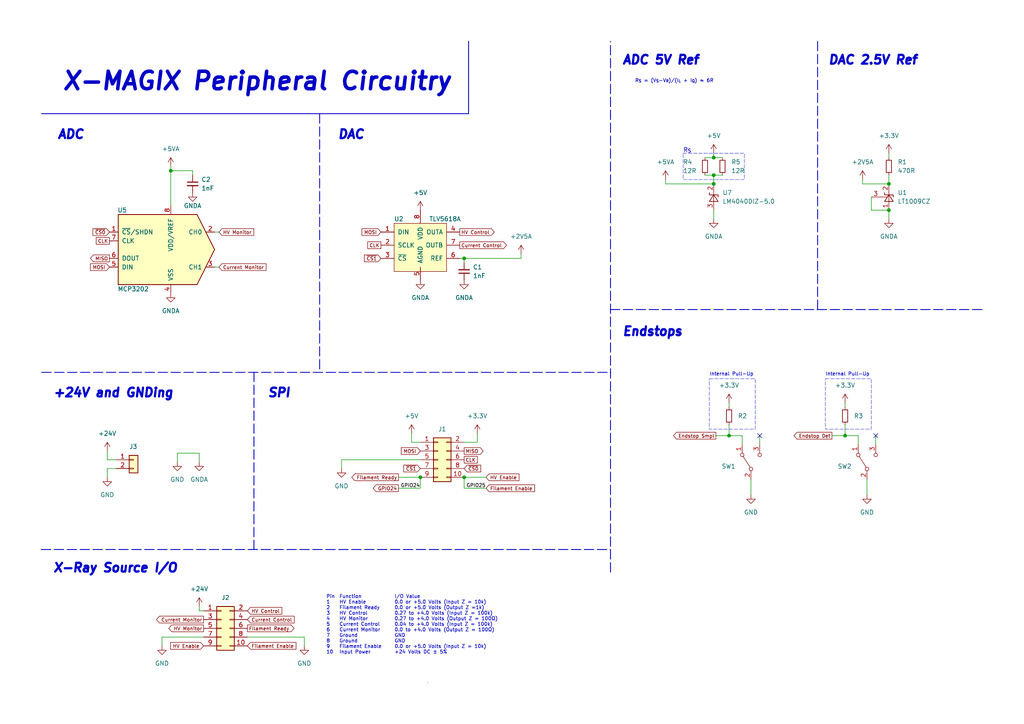
<source format=kicad_sch>
(kicad_sch (version 20230121) (generator eeschema)

  (uuid 38b26eea-f38c-484f-9bac-db518f332ae0)

  (paper "A4")

  (title_block
    (title "X-MAGIX Peripheral Circuitry")
    (date "2023-09-13")
    (rev "0")
    (company "RheinMain University of Applied Sciences")
    (comment 1 "by Dennis Hunter")
  )

  (lib_symbols
    (symbol "Analog_ADC:MCP3202" (pin_names (offset 1.016)) (in_bom yes) (on_board yes)
      (property "Reference" "U" (at -6.35 11.43 0)
        (effects (font (size 1.27 1.27)))
      )
      (property "Value" "MCP3202" (at 11.43 11.43 0)
        (effects (font (size 1.27 1.27)))
      )
      (property "Footprint" "" (at 0 -2.54 0)
        (effects (font (size 1.27 1.27)) hide)
      )
      (property "Datasheet" "http://ww1.microchip.com/downloads/en/DeviceDoc/21034D.pdf" (at 0 5.08 0)
        (effects (font (size 1.27 1.27)) hide)
      )
      (property "ki_keywords" "12bit ADC Reference Single Supply SPI 2ch" (at 0 0 0)
        (effects (font (size 1.27 1.27)) hide)
      )
      (property "ki_description" "A/D Converter, 12-Bit, 2-Channel, SPI Interface, 2.7V-5.5V" (at 0 0 0)
        (effects (font (size 1.27 1.27)) hide)
      )
      (property "ki_fp_filters" "DIP*W7.62mm** SOIC*3.9x4.9mm*P1.27mm* TSSOP*3x3mm*P0.65mm* MSOP*3x3mm*P0.65mm*" (at 0 0 0)
        (effects (font (size 1.27 1.27)) hide)
      )
      (symbol "MCP3202_0_1"
        (polyline
          (pts
            (xy 15.24 10.16)
            (xy -7.62 10.16)
            (xy -12.7 0)
            (xy -7.62 -10.16)
            (xy 15.24 -10.16)
            (xy 15.24 10.16)
          )
          (stroke (width 0.254) (type default))
          (fill (type background))
        )
      )
      (symbol "MCP3202_1_1"
        (pin input line (at 17.78 5.08 180) (length 2.54)
          (name "~{CS}/SHDN" (effects (font (size 1.27 1.27))))
          (number "1" (effects (font (size 1.27 1.27))))
        )
        (pin passive line (at -12.7 5.08 0) (length 2.54)
          (name "CH0" (effects (font (size 1.27 1.27))))
          (number "2" (effects (font (size 1.27 1.27))))
        )
        (pin passive line (at -12.7 -5.08 0) (length 2.54)
          (name "CH1" (effects (font (size 1.27 1.27))))
          (number "3" (effects (font (size 1.27 1.27))))
        )
        (pin power_in line (at 0 -12.7 90) (length 2.54)
          (name "VSS" (effects (font (size 1.27 1.27))))
          (number "4" (effects (font (size 1.27 1.27))))
        )
        (pin input line (at 17.78 -5.08 180) (length 2.54)
          (name "DIN" (effects (font (size 1.27 1.27))))
          (number "5" (effects (font (size 1.27 1.27))))
        )
        (pin output line (at 17.78 -2.54 180) (length 2.54)
          (name "DOUT" (effects (font (size 1.27 1.27))))
          (number "6" (effects (font (size 1.27 1.27))))
        )
        (pin input line (at 17.78 2.54 180) (length 2.54)
          (name "CLK" (effects (font (size 1.27 1.27))))
          (number "7" (effects (font (size 1.27 1.27))))
        )
        (pin power_in line (at 0 12.7 270) (length 2.54)
          (name "VDD/VREF" (effects (font (size 1.27 1.27))))
          (number "8" (effects (font (size 1.27 1.27))))
        )
      )
    )
    (symbol "Connector_Generic:Conn_01x02" (pin_names (offset 1.016) hide) (in_bom yes) (on_board yes)
      (property "Reference" "J" (at 0 2.54 0)
        (effects (font (size 1.27 1.27)))
      )
      (property "Value" "Conn_01x02" (at 0 -5.08 0)
        (effects (font (size 1.27 1.27)))
      )
      (property "Footprint" "" (at 0 0 0)
        (effects (font (size 1.27 1.27)) hide)
      )
      (property "Datasheet" "~" (at 0 0 0)
        (effects (font (size 1.27 1.27)) hide)
      )
      (property "ki_keywords" "connector" (at 0 0 0)
        (effects (font (size 1.27 1.27)) hide)
      )
      (property "ki_description" "Generic connector, single row, 01x02, script generated (kicad-library-utils/schlib/autogen/connector/)" (at 0 0 0)
        (effects (font (size 1.27 1.27)) hide)
      )
      (property "ki_fp_filters" "Connector*:*_1x??_*" (at 0 0 0)
        (effects (font (size 1.27 1.27)) hide)
      )
      (symbol "Conn_01x02_1_1"
        (rectangle (start -1.27 -2.413) (end 0 -2.667)
          (stroke (width 0.1524) (type default))
          (fill (type none))
        )
        (rectangle (start -1.27 0.127) (end 0 -0.127)
          (stroke (width 0.1524) (type default))
          (fill (type none))
        )
        (rectangle (start -1.27 1.27) (end 1.27 -3.81)
          (stroke (width 0.254) (type default))
          (fill (type background))
        )
        (pin passive line (at -5.08 0 0) (length 3.81)
          (name "Pin_1" (effects (font (size 1.27 1.27))))
          (number "1" (effects (font (size 1.27 1.27))))
        )
        (pin passive line (at -5.08 -2.54 0) (length 3.81)
          (name "Pin_2" (effects (font (size 1.27 1.27))))
          (number "2" (effects (font (size 1.27 1.27))))
        )
      )
    )
    (symbol "Connector_Generic:Conn_02x05_Odd_Even" (pin_names (offset 1.016) hide) (in_bom yes) (on_board yes)
      (property "Reference" "J" (at 1.27 7.62 0)
        (effects (font (size 1.27 1.27)))
      )
      (property "Value" "Conn_02x05_Odd_Even" (at 1.27 -7.62 0)
        (effects (font (size 1.27 1.27)))
      )
      (property "Footprint" "" (at 0 0 0)
        (effects (font (size 1.27 1.27)) hide)
      )
      (property "Datasheet" "~" (at 0 0 0)
        (effects (font (size 1.27 1.27)) hide)
      )
      (property "ki_keywords" "connector" (at 0 0 0)
        (effects (font (size 1.27 1.27)) hide)
      )
      (property "ki_description" "Generic connector, double row, 02x05, odd/even pin numbering scheme (row 1 odd numbers, row 2 even numbers), script generated (kicad-library-utils/schlib/autogen/connector/)" (at 0 0 0)
        (effects (font (size 1.27 1.27)) hide)
      )
      (property "ki_fp_filters" "Connector*:*_2x??_*" (at 0 0 0)
        (effects (font (size 1.27 1.27)) hide)
      )
      (symbol "Conn_02x05_Odd_Even_1_1"
        (rectangle (start -1.27 -4.953) (end 0 -5.207)
          (stroke (width 0.1524) (type default))
          (fill (type none))
        )
        (rectangle (start -1.27 -2.413) (end 0 -2.667)
          (stroke (width 0.1524) (type default))
          (fill (type none))
        )
        (rectangle (start -1.27 0.127) (end 0 -0.127)
          (stroke (width 0.1524) (type default))
          (fill (type none))
        )
        (rectangle (start -1.27 2.667) (end 0 2.413)
          (stroke (width 0.1524) (type default))
          (fill (type none))
        )
        (rectangle (start -1.27 5.207) (end 0 4.953)
          (stroke (width 0.1524) (type default))
          (fill (type none))
        )
        (rectangle (start -1.27 6.35) (end 3.81 -6.35)
          (stroke (width 0.254) (type default))
          (fill (type background))
        )
        (rectangle (start 3.81 -4.953) (end 2.54 -5.207)
          (stroke (width 0.1524) (type default))
          (fill (type none))
        )
        (rectangle (start 3.81 -2.413) (end 2.54 -2.667)
          (stroke (width 0.1524) (type default))
          (fill (type none))
        )
        (rectangle (start 3.81 0.127) (end 2.54 -0.127)
          (stroke (width 0.1524) (type default))
          (fill (type none))
        )
        (rectangle (start 3.81 2.667) (end 2.54 2.413)
          (stroke (width 0.1524) (type default))
          (fill (type none))
        )
        (rectangle (start 3.81 5.207) (end 2.54 4.953)
          (stroke (width 0.1524) (type default))
          (fill (type none))
        )
        (pin passive line (at -5.08 5.08 0) (length 3.81)
          (name "Pin_1" (effects (font (size 1.27 1.27))))
          (number "1" (effects (font (size 1.27 1.27))))
        )
        (pin passive line (at 7.62 -5.08 180) (length 3.81)
          (name "Pin_10" (effects (font (size 1.27 1.27))))
          (number "10" (effects (font (size 1.27 1.27))))
        )
        (pin passive line (at 7.62 5.08 180) (length 3.81)
          (name "Pin_2" (effects (font (size 1.27 1.27))))
          (number "2" (effects (font (size 1.27 1.27))))
        )
        (pin passive line (at -5.08 2.54 0) (length 3.81)
          (name "Pin_3" (effects (font (size 1.27 1.27))))
          (number "3" (effects (font (size 1.27 1.27))))
        )
        (pin passive line (at 7.62 2.54 180) (length 3.81)
          (name "Pin_4" (effects (font (size 1.27 1.27))))
          (number "4" (effects (font (size 1.27 1.27))))
        )
        (pin passive line (at -5.08 0 0) (length 3.81)
          (name "Pin_5" (effects (font (size 1.27 1.27))))
          (number "5" (effects (font (size 1.27 1.27))))
        )
        (pin passive line (at 7.62 0 180) (length 3.81)
          (name "Pin_6" (effects (font (size 1.27 1.27))))
          (number "6" (effects (font (size 1.27 1.27))))
        )
        (pin passive line (at -5.08 -2.54 0) (length 3.81)
          (name "Pin_7" (effects (font (size 1.27 1.27))))
          (number "7" (effects (font (size 1.27 1.27))))
        )
        (pin passive line (at 7.62 -2.54 180) (length 3.81)
          (name "Pin_8" (effects (font (size 1.27 1.27))))
          (number "8" (effects (font (size 1.27 1.27))))
        )
        (pin passive line (at -5.08 -5.08 0) (length 3.81)
          (name "Pin_9" (effects (font (size 1.27 1.27))))
          (number "9" (effects (font (size 1.27 1.27))))
        )
      )
    )
    (symbol "Device:C_Small" (pin_numbers hide) (pin_names (offset 0.254) hide) (in_bom yes) (on_board yes)
      (property "Reference" "C" (at 0.254 1.778 0)
        (effects (font (size 1.27 1.27)) (justify left))
      )
      (property "Value" "C_Small" (at 0.254 -2.032 0)
        (effects (font (size 1.27 1.27)) (justify left))
      )
      (property "Footprint" "" (at 0 0 0)
        (effects (font (size 1.27 1.27)) hide)
      )
      (property "Datasheet" "~" (at 0 0 0)
        (effects (font (size 1.27 1.27)) hide)
      )
      (property "ki_keywords" "capacitor cap" (at 0 0 0)
        (effects (font (size 1.27 1.27)) hide)
      )
      (property "ki_description" "Unpolarized capacitor, small symbol" (at 0 0 0)
        (effects (font (size 1.27 1.27)) hide)
      )
      (property "ki_fp_filters" "C_*" (at 0 0 0)
        (effects (font (size 1.27 1.27)) hide)
      )
      (symbol "C_Small_0_1"
        (polyline
          (pts
            (xy -1.524 -0.508)
            (xy 1.524 -0.508)
          )
          (stroke (width 0.3302) (type default))
          (fill (type none))
        )
        (polyline
          (pts
            (xy -1.524 0.508)
            (xy 1.524 0.508)
          )
          (stroke (width 0.3048) (type default))
          (fill (type none))
        )
      )
      (symbol "C_Small_1_1"
        (pin passive line (at 0 2.54 270) (length 2.032)
          (name "~" (effects (font (size 1.27 1.27))))
          (number "1" (effects (font (size 1.27 1.27))))
        )
        (pin passive line (at 0 -2.54 90) (length 2.032)
          (name "~" (effects (font (size 1.27 1.27))))
          (number "2" (effects (font (size 1.27 1.27))))
        )
      )
    )
    (symbol "Device:R_Small" (pin_numbers hide) (pin_names (offset 0.254) hide) (in_bom yes) (on_board yes)
      (property "Reference" "R" (at 0.762 0.508 0)
        (effects (font (size 1.27 1.27)) (justify left))
      )
      (property "Value" "R_Small" (at 0.762 -1.016 0)
        (effects (font (size 1.27 1.27)) (justify left))
      )
      (property "Footprint" "" (at 0 0 0)
        (effects (font (size 1.27 1.27)) hide)
      )
      (property "Datasheet" "~" (at 0 0 0)
        (effects (font (size 1.27 1.27)) hide)
      )
      (property "ki_keywords" "R resistor" (at 0 0 0)
        (effects (font (size 1.27 1.27)) hide)
      )
      (property "ki_description" "Resistor, small symbol" (at 0 0 0)
        (effects (font (size 1.27 1.27)) hide)
      )
      (property "ki_fp_filters" "R_*" (at 0 0 0)
        (effects (font (size 1.27 1.27)) hide)
      )
      (symbol "R_Small_0_1"
        (rectangle (start -0.762 1.778) (end 0.762 -1.778)
          (stroke (width 0.2032) (type default))
          (fill (type none))
        )
      )
      (symbol "R_Small_1_1"
        (pin passive line (at 0 2.54 270) (length 0.762)
          (name "~" (effects (font (size 1.27 1.27))))
          (number "1" (effects (font (size 1.27 1.27))))
        )
        (pin passive line (at 0 -2.54 90) (length 0.762)
          (name "~" (effects (font (size 1.27 1.27))))
          (number "2" (effects (font (size 1.27 1.27))))
        )
      )
    )
    (symbol "NonStandard_Parts:+2V5A" (power) (pin_names (offset 0)) (in_bom yes) (on_board yes)
      (property "Reference" "#PWR" (at 0 -3.81 0)
        (effects (font (size 1.27 1.27)) hide)
      )
      (property "Value" "+2V5A" (at 0 3.556 0)
        (effects (font (size 1.27 1.27)))
      )
      (property "Footprint" "" (at 0 0 0)
        (effects (font (size 1.27 1.27)) hide)
      )
      (property "Datasheet" "" (at 0 0 0)
        (effects (font (size 1.27 1.27)) hide)
      )
      (property "ki_keywords" "global power" (at 0 0 0)
        (effects (font (size 1.27 1.27)) hide)
      )
      (property "ki_description" "Power symbol creates a global label with name \"+2V5A\"" (at 0 0 0)
        (effects (font (size 1.27 1.27)) hide)
      )
      (symbol "+2V5A_0_1"
        (polyline
          (pts
            (xy -0.762 1.27)
            (xy 0 2.54)
          )
          (stroke (width 0) (type default))
          (fill (type none))
        )
        (polyline
          (pts
            (xy 0 0)
            (xy 0 2.54)
          )
          (stroke (width 0) (type default))
          (fill (type none))
        )
        (polyline
          (pts
            (xy 0 2.54)
            (xy 0.762 1.27)
          )
          (stroke (width 0) (type default))
          (fill (type none))
        )
      )
      (symbol "+2V5A_1_1"
        (pin power_in line (at 0 0 90) (length 0) hide
          (name "+2V5A" (effects (font (size 1.27 1.27))))
          (number "1" (effects (font (size 1.27 1.27))))
        )
      )
    )
    (symbol "NonStandard_Parts:+5VA" (power) (pin_names (offset 0)) (in_bom yes) (on_board yes)
      (property "Reference" "#PWR" (at 0 -3.81 0)
        (effects (font (size 1.27 1.27)) hide)
      )
      (property "Value" "+5VA" (at 0 3.556 0)
        (effects (font (size 1.27 1.27)))
      )
      (property "Footprint" "" (at 0 0 0)
        (effects (font (size 1.27 1.27)) hide)
      )
      (property "Datasheet" "" (at 0 0 0)
        (effects (font (size 1.27 1.27)) hide)
      )
      (property "ki_keywords" "global power" (at 0 0 0)
        (effects (font (size 1.27 1.27)) hide)
      )
      (property "ki_description" "Power symbol creates a global label with name \"+5VA\"" (at 0 0 0)
        (effects (font (size 1.27 1.27)) hide)
      )
      (symbol "+5VA_0_1"
        (polyline
          (pts
            (xy -0.762 1.27)
            (xy 0 2.54)
          )
          (stroke (width 0) (type default))
          (fill (type none))
        )
        (polyline
          (pts
            (xy 0 0)
            (xy 0 2.54)
          )
          (stroke (width 0) (type default))
          (fill (type none))
        )
        (polyline
          (pts
            (xy 0 2.54)
            (xy 0.762 1.27)
          )
          (stroke (width 0) (type default))
          (fill (type none))
        )
      )
      (symbol "+5VA_1_1"
        (pin power_in line (at 0 0 90) (length 0) hide
          (name "+5VA" (effects (font (size 1.27 1.27))))
          (number "1" (effects (font (size 1.27 1.27))))
        )
      )
    )
    (symbol "NonStandard_Parts:LT1009CZ" (pin_names hide) (in_bom yes) (on_board yes)
      (property "Reference" "U1" (at 1.27 -2.54 90)
        (effects (font (size 1.27 1.27)) (justify right))
      )
      (property "Value" "LT1009CZ" (at -1.27 -2.54 90)
        (effects (font (size 1.27 1.27)) (justify right))
      )
      (property "Footprint" "custom_footprints:TO-92L_Wide" (at 0 -5.08 0)
        (effects (font (size 1.27 1.27)) hide)
      )
      (property "Datasheet" "https://www.analog.com/media/en/technical-documentation/data-sheets/LT1009.pdf" (at 1.27 11.43 0)
        (effects (font (size 1.27 1.27)) hide)
      )
      (property "ki_keywords" "voltage reference Micropower" (at 0 0 0)
        (effects (font (size 1.27 1.27)) hide)
      )
      (property "ki_description" "2.5V Micropower Precision Shunt Voltage Reference, TO-92" (at 0 0 0)
        (effects (font (size 1.27 1.27)) hide)
      )
      (property "ki_fp_filters" "TO?92*" (at 0 0 0)
        (effects (font (size 1.27 1.27)) hide)
      )
      (symbol "LT1009CZ_1_1"
        (polyline
          (pts
            (xy 0 2.54)
            (xy 0 0.381)
          )
          (stroke (width 0) (type default))
          (fill (type none))
        )
        (polyline
          (pts
            (xy -1.27 0)
            (xy 0 0)
            (xy 1.27 0)
          )
          (stroke (width 0) (type default))
          (fill (type none))
        )
        (polyline
          (pts
            (xy -1.27 -1.27)
            (xy 0.635 0)
            (xy -1.27 1.27)
            (xy -1.27 -1.27)
          )
          (stroke (width 0.2032) (type default))
          (fill (type none))
        )
        (polyline
          (pts
            (xy 0 -1.27)
            (xy 0.635 -1.27)
            (xy 0.635 1.27)
            (xy 1.27 1.27)
          )
          (stroke (width 0.2032) (type default))
          (fill (type none))
        )
        (pin passive line (at -3.81 0 0) (length 2.54)
          (name "A" (effects (font (size 1.27 1.27))))
          (number "1" (effects (font (size 1.27 1.27))))
        )
        (pin passive line (at 3.81 0 180) (length 2.54)
          (name "K" (effects (font (size 1.27 1.27))))
          (number "2" (effects (font (size 1.27 1.27))))
        )
        (pin input line (at 0 5.08 270) (length 2.54)
          (name "Adj" (effects (font (size 1.27 1.27))))
          (number "3" (effects (font (size 1.27 1.27))))
        )
      )
    )
    (symbol "NonStandard_Parts:TLV5618A" (pin_names (offset 1.016)) (in_bom yes) (on_board yes)
      (property "Reference" "U" (at -7.62 12.7 0)
        (effects (font (size 1.27 1.27)) (justify left))
      )
      (property "Value" "TLV5618A" (at 1.27 12.7 0)
        (effects (font (size 1.27 1.27)) (justify left))
      )
      (property "Footprint" "Package_SO:SOIC-8_3.9x4.9mm_P1.27mm" (at -1.27 0 0)
        (effects (font (size 1.27 1.27)) hide)
      )
      (property "Datasheet" "https://www.ti.com/lit/ds/symlink/tlv5618a.pdf" (at 2.54 26.67 0)
        (effects (font (size 1.27 1.27)) hide)
      )
      (property "ki_keywords" "DAC 2CH 12bit" (at 0 0 0)
        (effects (font (size 1.27 1.27)) hide)
      )
      (property "ki_description" "2-Channel DAC, 12bit, w/ Power Down, SOIC-8" (at 0 0 0)
        (effects (font (size 1.27 1.27)) hide)
      )
      (symbol "TLV5618A_1_1"
        (rectangle (start -7.62 11.43) (end 7.62 -2.54)
          (stroke (width 0) (type default))
          (fill (type background))
        )
        (pin input line (at -11.43 8.89 0) (length 3.81)
          (name "DIN" (effects (font (size 1.27 1.27))))
          (number "1" (effects (font (size 1.27 1.27))))
        )
        (pin input line (at -11.43 5.08 0) (length 3.81)
          (name "SCLK" (effects (font (size 1.27 1.27))))
          (number "2" (effects (font (size 1.27 1.27))))
        )
        (pin input line (at -11.43 1.27 0) (length 3.81)
          (name "~{CS}" (effects (font (size 1.27 1.27))))
          (number "3" (effects (font (size 1.27 1.27))))
        )
        (pin output line (at 11.43 8.89 180) (length 3.81)
          (name "OUTA" (effects (font (size 1.27 1.27))))
          (number "4" (effects (font (size 1.27 1.27))))
        )
        (pin power_in line (at 0 -5.08 90) (length 3.81)
          (name "AGND" (effects (font (size 1.27 1.27))))
          (number "5" (effects (font (size 1.27 1.27))))
        )
        (pin input line (at 11.43 1.27 180) (length 3.81)
          (name "REF" (effects (font (size 1.27 1.27))))
          (number "6" (effects (font (size 1.27 1.27))))
        )
        (pin output line (at 11.43 5.08 180) (length 3.81)
          (name "OUTB" (effects (font (size 1.27 1.27))))
          (number "7" (effects (font (size 1.27 1.27))))
        )
        (pin power_in line (at 0 15.24 270) (length 3.81)
          (name "VDD" (effects (font (size 1.27 1.27))))
          (number "8" (effects (font (size 1.27 1.27))))
        )
      )
    )
    (symbol "Reference_Voltage:LM4040LP-5" (pin_names (offset 0.0254) hide) (in_bom yes) (on_board yes)
      (property "Reference" "U" (at 0 2.54 0)
        (effects (font (size 1.27 1.27)))
      )
      (property "Value" "LM4040LP-5" (at 0 -3.175 0)
        (effects (font (size 1.27 1.27)))
      )
      (property "Footprint" "Package_TO_SOT_THT:TO-92_Inline" (at 0 -5.08 0)
        (effects (font (size 1.27 1.27) italic) hide)
      )
      (property "Datasheet" "http://www.ti.com/lit/ds/symlink/lm4040-n.pdf" (at 0 0 0)
        (effects (font (size 1.27 1.27) italic) hide)
      )
      (property "ki_keywords" "diode device voltage reference shunt" (at 0 0 0)
        (effects (font (size 1.27 1.27)) hide)
      )
      (property "ki_description" "5.000V Precision Micropower Shunt Voltage Reference, TO-92" (at 0 0 0)
        (effects (font (size 1.27 1.27)) hide)
      )
      (property "ki_fp_filters" "TO?92*Inline*" (at 0 0 0)
        (effects (font (size 1.27 1.27)) hide)
      )
      (symbol "LM4040LP-5_0_1"
        (polyline
          (pts
            (xy -1.27 0)
            (xy 0 0)
            (xy 1.27 0)
          )
          (stroke (width 0) (type default))
          (fill (type none))
        )
        (polyline
          (pts
            (xy -1.27 -1.27)
            (xy 0.635 0)
            (xy -1.27 1.27)
            (xy -1.27 -1.27)
          )
          (stroke (width 0.2032) (type default))
          (fill (type none))
        )
        (polyline
          (pts
            (xy 0 -1.27)
            (xy 0.635 -1.27)
            (xy 0.635 1.27)
            (xy 1.27 1.27)
          )
          (stroke (width 0.2032) (type default))
          (fill (type none))
        )
      )
      (symbol "LM4040LP-5_1_1"
        (pin passive line (at 3.81 0 180) (length 2.54)
          (name "K" (effects (font (size 1.27 1.27))))
          (number "2" (effects (font (size 1.27 1.27))))
        )
        (pin passive line (at -3.81 0 0) (length 2.54)
          (name "A" (effects (font (size 1.27 1.27))))
          (number "3" (effects (font (size 1.27 1.27))))
        )
      )
    )
    (symbol "Switch:SW_SPDT" (pin_names (offset 0) hide) (in_bom yes) (on_board yes)
      (property "Reference" "SW" (at 0 4.318 0)
        (effects (font (size 1.27 1.27)))
      )
      (property "Value" "SW_SPDT" (at 0 -5.08 0)
        (effects (font (size 1.27 1.27)))
      )
      (property "Footprint" "" (at 0 0 0)
        (effects (font (size 1.27 1.27)) hide)
      )
      (property "Datasheet" "~" (at 0 0 0)
        (effects (font (size 1.27 1.27)) hide)
      )
      (property "ki_keywords" "switch single-pole double-throw spdt ON-ON" (at 0 0 0)
        (effects (font (size 1.27 1.27)) hide)
      )
      (property "ki_description" "Switch, single pole double throw" (at 0 0 0)
        (effects (font (size 1.27 1.27)) hide)
      )
      (symbol "SW_SPDT_0_0"
        (circle (center -2.032 0) (radius 0.508)
          (stroke (width 0) (type default))
          (fill (type none))
        )
        (circle (center 2.032 -2.54) (radius 0.508)
          (stroke (width 0) (type default))
          (fill (type none))
        )
      )
      (symbol "SW_SPDT_0_1"
        (polyline
          (pts
            (xy -1.524 0.254)
            (xy 1.651 2.286)
          )
          (stroke (width 0) (type default))
          (fill (type none))
        )
        (circle (center 2.032 2.54) (radius 0.508)
          (stroke (width 0) (type default))
          (fill (type none))
        )
      )
      (symbol "SW_SPDT_1_1"
        (pin passive line (at 5.08 2.54 180) (length 2.54)
          (name "A" (effects (font (size 1.27 1.27))))
          (number "1" (effects (font (size 1.27 1.27))))
        )
        (pin passive line (at -5.08 0 0) (length 2.54)
          (name "B" (effects (font (size 1.27 1.27))))
          (number "2" (effects (font (size 1.27 1.27))))
        )
        (pin passive line (at 5.08 -2.54 180) (length 2.54)
          (name "C" (effects (font (size 1.27 1.27))))
          (number "3" (effects (font (size 1.27 1.27))))
        )
      )
    )
    (symbol "power:+24V" (power) (pin_names (offset 0)) (in_bom yes) (on_board yes)
      (property "Reference" "#PWR" (at 0 -3.81 0)
        (effects (font (size 1.27 1.27)) hide)
      )
      (property "Value" "+24V" (at 0 3.556 0)
        (effects (font (size 1.27 1.27)))
      )
      (property "Footprint" "" (at 0 0 0)
        (effects (font (size 1.27 1.27)) hide)
      )
      (property "Datasheet" "" (at 0 0 0)
        (effects (font (size 1.27 1.27)) hide)
      )
      (property "ki_keywords" "global power" (at 0 0 0)
        (effects (font (size 1.27 1.27)) hide)
      )
      (property "ki_description" "Power symbol creates a global label with name \"+24V\"" (at 0 0 0)
        (effects (font (size 1.27 1.27)) hide)
      )
      (symbol "+24V_0_1"
        (polyline
          (pts
            (xy -0.762 1.27)
            (xy 0 2.54)
          )
          (stroke (width 0) (type default))
          (fill (type none))
        )
        (polyline
          (pts
            (xy 0 0)
            (xy 0 2.54)
          )
          (stroke (width 0) (type default))
          (fill (type none))
        )
        (polyline
          (pts
            (xy 0 2.54)
            (xy 0.762 1.27)
          )
          (stroke (width 0) (type default))
          (fill (type none))
        )
      )
      (symbol "+24V_1_1"
        (pin power_in line (at 0 0 90) (length 0) hide
          (name "+24V" (effects (font (size 1.27 1.27))))
          (number "1" (effects (font (size 1.27 1.27))))
        )
      )
    )
    (symbol "power:+3.3V" (power) (pin_names (offset 0)) (in_bom yes) (on_board yes)
      (property "Reference" "#PWR" (at 0 -3.81 0)
        (effects (font (size 1.27 1.27)) hide)
      )
      (property "Value" "+3.3V" (at 0 3.556 0)
        (effects (font (size 1.27 1.27)))
      )
      (property "Footprint" "" (at 0 0 0)
        (effects (font (size 1.27 1.27)) hide)
      )
      (property "Datasheet" "" (at 0 0 0)
        (effects (font (size 1.27 1.27)) hide)
      )
      (property "ki_keywords" "global power" (at 0 0 0)
        (effects (font (size 1.27 1.27)) hide)
      )
      (property "ki_description" "Power symbol creates a global label with name \"+3.3V\"" (at 0 0 0)
        (effects (font (size 1.27 1.27)) hide)
      )
      (symbol "+3.3V_0_1"
        (polyline
          (pts
            (xy -0.762 1.27)
            (xy 0 2.54)
          )
          (stroke (width 0) (type default))
          (fill (type none))
        )
        (polyline
          (pts
            (xy 0 0)
            (xy 0 2.54)
          )
          (stroke (width 0) (type default))
          (fill (type none))
        )
        (polyline
          (pts
            (xy 0 2.54)
            (xy 0.762 1.27)
          )
          (stroke (width 0) (type default))
          (fill (type none))
        )
      )
      (symbol "+3.3V_1_1"
        (pin power_in line (at 0 0 90) (length 0) hide
          (name "+3.3V" (effects (font (size 1.27 1.27))))
          (number "1" (effects (font (size 1.27 1.27))))
        )
      )
    )
    (symbol "power:+5V" (power) (pin_names (offset 0)) (in_bom yes) (on_board yes)
      (property "Reference" "#PWR" (at 0 -3.81 0)
        (effects (font (size 1.27 1.27)) hide)
      )
      (property "Value" "+5V" (at 0 3.556 0)
        (effects (font (size 1.27 1.27)))
      )
      (property "Footprint" "" (at 0 0 0)
        (effects (font (size 1.27 1.27)) hide)
      )
      (property "Datasheet" "" (at 0 0 0)
        (effects (font (size 1.27 1.27)) hide)
      )
      (property "ki_keywords" "global power" (at 0 0 0)
        (effects (font (size 1.27 1.27)) hide)
      )
      (property "ki_description" "Power symbol creates a global label with name \"+5V\"" (at 0 0 0)
        (effects (font (size 1.27 1.27)) hide)
      )
      (symbol "+5V_0_1"
        (polyline
          (pts
            (xy -0.762 1.27)
            (xy 0 2.54)
          )
          (stroke (width 0) (type default))
          (fill (type none))
        )
        (polyline
          (pts
            (xy 0 0)
            (xy 0 2.54)
          )
          (stroke (width 0) (type default))
          (fill (type none))
        )
        (polyline
          (pts
            (xy 0 2.54)
            (xy 0.762 1.27)
          )
          (stroke (width 0) (type default))
          (fill (type none))
        )
      )
      (symbol "+5V_1_1"
        (pin power_in line (at 0 0 90) (length 0) hide
          (name "+5V" (effects (font (size 1.27 1.27))))
          (number "1" (effects (font (size 1.27 1.27))))
        )
      )
    )
    (symbol "power:GND" (power) (pin_names (offset 0)) (in_bom yes) (on_board yes)
      (property "Reference" "#PWR" (at 0 -6.35 0)
        (effects (font (size 1.27 1.27)) hide)
      )
      (property "Value" "GND" (at 0 -3.81 0)
        (effects (font (size 1.27 1.27)))
      )
      (property "Footprint" "" (at 0 0 0)
        (effects (font (size 1.27 1.27)) hide)
      )
      (property "Datasheet" "" (at 0 0 0)
        (effects (font (size 1.27 1.27)) hide)
      )
      (property "ki_keywords" "global power" (at 0 0 0)
        (effects (font (size 1.27 1.27)) hide)
      )
      (property "ki_description" "Power symbol creates a global label with name \"GND\" , ground" (at 0 0 0)
        (effects (font (size 1.27 1.27)) hide)
      )
      (symbol "GND_0_1"
        (polyline
          (pts
            (xy 0 0)
            (xy 0 -1.27)
            (xy 1.27 -1.27)
            (xy 0 -2.54)
            (xy -1.27 -1.27)
            (xy 0 -1.27)
          )
          (stroke (width 0) (type default))
          (fill (type none))
        )
      )
      (symbol "GND_1_1"
        (pin power_in line (at 0 0 270) (length 0) hide
          (name "GND" (effects (font (size 1.27 1.27))))
          (number "1" (effects (font (size 1.27 1.27))))
        )
      )
    )
    (symbol "power:GNDA" (power) (pin_names (offset 0)) (in_bom yes) (on_board yes)
      (property "Reference" "#PWR" (at 0 -6.35 0)
        (effects (font (size 1.27 1.27)) hide)
      )
      (property "Value" "GNDA" (at 0 -3.81 0)
        (effects (font (size 1.27 1.27)))
      )
      (property "Footprint" "" (at 0 0 0)
        (effects (font (size 1.27 1.27)) hide)
      )
      (property "Datasheet" "" (at 0 0 0)
        (effects (font (size 1.27 1.27)) hide)
      )
      (property "ki_keywords" "global power" (at 0 0 0)
        (effects (font (size 1.27 1.27)) hide)
      )
      (property "ki_description" "Power symbol creates a global label with name \"GNDA\" , analog ground" (at 0 0 0)
        (effects (font (size 1.27 1.27)) hide)
      )
      (symbol "GNDA_0_1"
        (polyline
          (pts
            (xy 0 0)
            (xy 0 -1.27)
            (xy 1.27 -1.27)
            (xy 0 -2.54)
            (xy -1.27 -1.27)
            (xy 0 -1.27)
          )
          (stroke (width 0) (type default))
          (fill (type none))
        )
      )
      (symbol "GNDA_1_1"
        (pin power_in line (at 0 0 270) (length 0) hide
          (name "GNDA" (effects (font (size 1.27 1.27))))
          (number "1" (effects (font (size 1.27 1.27))))
        )
      )
    )
  )

  (junction (at 207.01 45.72) (diameter 0) (color 0 0 0 0)
    (uuid 38f5cfd6-7721-4b52-bfb7-2a8f90e5abef)
  )
  (junction (at 207.01 53.34) (diameter 0) (color 0 0 0 0)
    (uuid 3e1b0223-6dd3-425b-bf36-385f68ec6757)
  )
  (junction (at 121.92 138.43) (diameter 0) (color 0 0 0 0)
    (uuid 59cbb269-af05-4286-9f9f-ecafdd459a43)
  )
  (junction (at 207.01 50.8) (diameter 0) (color 0 0 0 0)
    (uuid 7093a4d7-a854-4709-b085-22d8324a1df9)
  )
  (junction (at 211.455 126.365) (diameter 0) (color 0 0 0 0)
    (uuid 71db6c69-963e-4921-af11-c5952ba97eaa)
  )
  (junction (at 134.62 138.43) (diameter 0) (color 0 0 0 0)
    (uuid 79f6a595-7beb-40af-89e7-1aba88f568ea)
  )
  (junction (at 257.81 53.34) (diameter 0) (color 0 0 0 0)
    (uuid 856c75c4-f8e7-44c3-90a6-71df5a5dc011)
  )
  (junction (at 49.53 49.53) (diameter 0) (color 0 0 0 0)
    (uuid a4d4b179-3743-4659-860e-2eae7a4ed0f9)
  )
  (junction (at 245.11 126.365) (diameter 0) (color 0 0 0 0)
    (uuid ac29b1f9-1be8-4224-82db-0fbcb696d7e5)
  )
  (junction (at 134.62 74.93) (diameter 0) (color 0 0 0 0)
    (uuid bc283170-13bf-402c-ad7a-a8f68a9f8600)
  )
  (junction (at 257.81 60.96) (diameter 0) (color 0 0 0 0)
    (uuid d98b425b-7bfa-499a-a611-dd9a01b890eb)
  )

  (no_connect (at 220.345 126.365) (uuid 5686e40c-8228-4cd7-9440-dd2b8a4aeeb3))
  (no_connect (at 254 126.365) (uuid c58979c6-9e52-4a45-9cf6-e99561bb6993))

  (wire (pts (xy 245.11 116.84) (xy 245.11 118.11))
    (stroke (width 0) (type default))
    (uuid 06e1b99a-5752-4368-819a-28bd01120478)
  )
  (wire (pts (xy 211.455 126.365) (xy 215.265 126.365))
    (stroke (width 0) (type default))
    (uuid 0b469d47-21d5-4e93-babf-b8888814dc80)
  )
  (wire (pts (xy 46.99 187.325) (xy 46.99 184.785))
    (stroke (width 0) (type default))
    (uuid 108b9076-08f6-4a1e-8b15-59a8262ff7ac)
  )
  (wire (pts (xy 252.73 57.15) (xy 252.73 60.96))
    (stroke (width 0) (type default))
    (uuid 138cd49a-f076-48d7-9047-b960687759a4)
  )
  (wire (pts (xy 55.88 49.53) (xy 55.88 50.8))
    (stroke (width 0) (type default))
    (uuid 160396e0-d72d-40ec-a9f9-b0cdfb58c75a)
  )
  (wire (pts (xy 49.53 49.53) (xy 49.53 59.69))
    (stroke (width 0) (type default))
    (uuid 17af5828-e8d5-4a29-8ece-cb8bc8e989aa)
  )
  (wire (pts (xy 252.73 60.96) (xy 257.81 60.96))
    (stroke (width 0) (type default))
    (uuid 19456a80-686e-4d86-b291-f6ac0662179e)
  )
  (polyline (pts (xy 177.0181 89.7847) (xy 285.017 89.7847))
    (stroke (width 0.25) (type dash))
    (uuid 1d699ada-581b-4803-906d-6a0073196b26)
  )

  (wire (pts (xy 204.47 50.8) (xy 207.01 50.8))
    (stroke (width 0) (type default))
    (uuid 21214ee3-88bd-49af-9322-c9685e9b9cf1)
  )
  (wire (pts (xy 88.265 184.785) (xy 88.265 187.325))
    (stroke (width 0) (type default))
    (uuid 24d97d7d-a9a0-4133-80be-0b4a6d483c6d)
  )
  (wire (pts (xy 220.345 126.365) (xy 220.345 128.905))
    (stroke (width 0) (type default))
    (uuid 2878bf7b-d306-4605-9d8c-db4cb8ae8fa6)
  )
  (wire (pts (xy 119.38 125.73) (xy 119.38 128.27))
    (stroke (width 0) (type default))
    (uuid 2ada3bc1-943d-48e3-b2df-81b2ff79807d)
  )
  (wire (pts (xy 71.755 184.785) (xy 88.265 184.785))
    (stroke (width 0) (type default))
    (uuid 2b318db2-578e-43cc-bf13-4ba71767c3d5)
  )
  (wire (pts (xy 134.62 128.27) (xy 138.43 128.27))
    (stroke (width 0) (type default))
    (uuid 2bd5e936-00e7-4a42-8d21-5968dd86e8a4)
  )
  (wire (pts (xy 121.92 138.43) (xy 121.92 141.605))
    (stroke (width 0) (type default))
    (uuid 2e73938e-428a-49f6-84e9-d6bbce248b19)
  )
  (wire (pts (xy 250.19 53.34) (xy 257.81 53.34))
    (stroke (width 0) (type default))
    (uuid 313a1c71-50e7-448e-ba07-5903be616107)
  )
  (wire (pts (xy 248.92 128.905) (xy 248.92 126.365))
    (stroke (width 0) (type default))
    (uuid 31b2fad0-dc80-420d-89c8-6f0af397b47a)
  )
  (wire (pts (xy 241.3 126.365) (xy 245.11 126.365))
    (stroke (width 0) (type default))
    (uuid 32f76a68-45e0-490a-bbc4-20cb6121a94a)
  )
  (wire (pts (xy 51.435 133.985) (xy 51.435 131.445))
    (stroke (width 0) (type default))
    (uuid 393bc661-7144-4be8-9931-f667547325b3)
  )
  (wire (pts (xy 121.92 133.35) (xy 99.06 133.35))
    (stroke (width 0) (type default))
    (uuid 3b4af3fc-9b90-48ac-87c0-8c30e53206aa)
  )
  (wire (pts (xy 138.43 125.73) (xy 138.43 128.27))
    (stroke (width 0) (type default))
    (uuid 4cbc130f-6e4c-4b23-86d0-b7a0331af6b0)
  )
  (wire (pts (xy 62.23 77.47) (xy 63.5 77.47))
    (stroke (width 0) (type default))
    (uuid 4cf2a218-a873-4e0f-941d-a037571a9dda)
  )
  (polyline (pts (xy 12.0603 32.9676) (xy 135.9076 32.9676))
    (stroke (width 0.25) (type default))
    (uuid 4f306a17-4b3d-40c0-ab25-932d638f99bc)
  )

  (wire (pts (xy 211.455 123.19) (xy 211.455 126.365))
    (stroke (width 0) (type default))
    (uuid 5690e35d-e752-4887-87cc-a7ca65370fd8)
  )
  (wire (pts (xy 31.115 138.43) (xy 31.115 135.89))
    (stroke (width 0) (type default))
    (uuid 5884a2bb-9218-4d77-b7d2-7d65ee5cb14a)
  )
  (wire (pts (xy 121.92 128.27) (xy 119.38 128.27))
    (stroke (width 0) (type default))
    (uuid 5ac73f60-583e-4d9b-9982-5c03a27c3f31)
  )
  (wire (pts (xy 257.81 60.96) (xy 257.81 63.5))
    (stroke (width 0) (type default))
    (uuid 5c2c75d8-3403-4133-abfe-26e7f5cff24f)
  )
  (polyline (pts (xy 92.71 33.02) (xy 92.71 107.95))
    (stroke (width 0.25) (type dash))
    (uuid 60eae87f-a54c-49b6-84cc-c438d2890386)
  )

  (wire (pts (xy 207.01 50.8) (xy 207.01 53.34))
    (stroke (width 0) (type default))
    (uuid 62001a6a-bfff-4eae-8996-8d9a9828d261)
  )
  (polyline (pts (xy 237.1425 89.7698) (xy 237.153 89.7698))
    (stroke (width 0) (type default))
    (uuid 630331b2-10dd-473b-8983-64fc8b2957e7)
  )

  (wire (pts (xy 46.99 184.785) (xy 59.055 184.785))
    (stroke (width 0) (type default))
    (uuid 663afc8f-2249-4831-ad9e-3c58d490b54c)
  )
  (wire (pts (xy 51.435 131.445) (xy 57.785 131.445))
    (stroke (width 0) (type default))
    (uuid 6883afd2-706a-42d0-bd50-4bef7a10310e)
  )
  (wire (pts (xy 57.785 131.445) (xy 57.785 133.985))
    (stroke (width 0) (type default))
    (uuid 6e7693f0-efff-4d25-8247-a788803cdb7e)
  )
  (wire (pts (xy 257.81 44.45) (xy 257.81 45.72))
    (stroke (width 0) (type default))
    (uuid 7e1cd342-1d9e-40a4-82d4-d58d31bf7b62)
  )
  (wire (pts (xy 254 126.365) (xy 254 128.905))
    (stroke (width 0) (type default))
    (uuid 7eb08433-1f9e-4b8c-a3ed-d34da9cbf43d)
  )
  (wire (pts (xy 31.115 135.89) (xy 33.655 135.89))
    (stroke (width 0) (type default))
    (uuid 8647bd6e-e15f-4394-aaab-a7548186b96e)
  )
  (wire (pts (xy 57.785 175.895) (xy 57.785 177.165))
    (stroke (width 0) (type default))
    (uuid 883d7ff9-d126-40f4-b331-809624094d44)
  )
  (polyline (pts (xy 12.084 107.9973) (xy 177.1539 107.9973))
    (stroke (width 0.25) (type dash))
    (uuid 898c57d3-900c-4f07-9db6-ff0c24f63858)
  )
  (polyline (pts (xy 177.0705 165.936) (xy 177.0705 12.0366))
    (stroke (width 0.25) (type dash))
    (uuid 8a41e1a9-440e-49c2-9989-892f3a934774)
  )

  (wire (pts (xy 250.19 52.07) (xy 250.19 53.34))
    (stroke (width 0) (type default))
    (uuid 8a7be13d-da99-4173-8939-f507c7426e35)
  )
  (polyline (pts (xy 237.1425 12.0143) (xy 237.1425 89.7698))
    (stroke (width 0.25) (type dash))
    (uuid 8c4206a8-6b91-4638-a51d-3b861341af49)
  )
  (polyline (pts (xy 177.0705 12.0366) (xy 177.0734 12.0366))
    (stroke (width 0) (type default))
    (uuid 91ff9fba-8e97-49da-91c5-7ec4ecc72ab7)
  )

  (wire (pts (xy 217.805 143.51) (xy 217.805 139.065))
    (stroke (width 0) (type default))
    (uuid 96912715-87fe-4ab8-a875-42cab8c29cc0)
  )
  (wire (pts (xy 49.53 49.53) (xy 55.88 49.53))
    (stroke (width 0) (type default))
    (uuid 98810b93-5216-4e70-9757-cd3a4053460b)
  )
  (wire (pts (xy 207.01 60.96) (xy 207.01 63.5))
    (stroke (width 0) (type default))
    (uuid 99c9a167-584a-4ef7-af40-ac6e60b240df)
  )
  (wire (pts (xy 207.01 44.45) (xy 207.01 45.72))
    (stroke (width 0) (type default))
    (uuid a2be2b69-a5a1-4f69-a9db-3d7bfce79172)
  )
  (wire (pts (xy 245.11 123.19) (xy 245.11 126.365))
    (stroke (width 0) (type default))
    (uuid a88e60b9-78fd-48ab-93c3-73e0a6e1461c)
  )
  (wire (pts (xy 134.62 74.93) (xy 151.13 74.93))
    (stroke (width 0) (type default))
    (uuid aa5577f8-1b4a-4f2b-bf79-53a9cea8209f)
  )
  (wire (pts (xy 134.62 138.43) (xy 140.97 138.43))
    (stroke (width 0) (type default))
    (uuid aa639892-b84e-417c-9d8c-bd93b60e5470)
  )
  (wire (pts (xy 207.645 126.365) (xy 211.455 126.365))
    (stroke (width 0) (type default))
    (uuid ad455225-87d6-4e53-9da2-1dc28b22dc2e)
  )
  (wire (pts (xy 33.655 133.35) (xy 31.115 133.35))
    (stroke (width 0) (type default))
    (uuid ae9ab556-7f6b-4933-ac1f-3b7a4e64bd3f)
  )
  (wire (pts (xy 115.57 141.605) (xy 121.92 141.605))
    (stroke (width 0) (type default))
    (uuid b0c760e1-7935-4717-84c0-af61b200d4d7)
  )
  (polyline (pts (xy 285.017 89.7847) (xy 285.017 89.7909))
    (stroke (width 0) (type default))
    (uuid b1154e0b-8402-48ab-9e5c-2be794596c6a)
  )

  (wire (pts (xy 245.11 126.365) (xy 248.92 126.365))
    (stroke (width 0) (type default))
    (uuid b27d4837-24ef-4f70-8c8b-762717afbe40)
  )
  (wire (pts (xy 121.92 138.43) (xy 115.57 138.43))
    (stroke (width 0) (type default))
    (uuid b33cc50b-b9da-4e58-884f-07a37c2471bc)
  )
  (wire (pts (xy 251.46 143.51) (xy 251.46 139.065))
    (stroke (width 0) (type default))
    (uuid bacc3acd-a56e-49c1-9a4a-20c34241980a)
  )
  (wire (pts (xy 99.06 133.35) (xy 99.06 135.89))
    (stroke (width 0) (type default))
    (uuid bb3b33b4-c946-4109-88ea-7e07bd43a2a4)
  )
  (wire (pts (xy 151.13 73.66) (xy 151.13 74.93))
    (stroke (width 0) (type default))
    (uuid bb8ab760-15e9-4630-bc3e-859aab270db7)
  )
  (wire (pts (xy 134.62 76.2) (xy 134.62 74.93))
    (stroke (width 0) (type default))
    (uuid bf7be7e7-0131-4d46-a1bc-317ed7b0aed1)
  )
  (wire (pts (xy 57.785 177.165) (xy 59.055 177.165))
    (stroke (width 0) (type default))
    (uuid c0906f8c-9d61-42e8-8979-266e70d66896)
  )
  (wire (pts (xy 62.23 67.31) (xy 63.5 67.31))
    (stroke (width 0) (type default))
    (uuid cb67eb43-ca28-4022-907c-a53bf2a787e7)
  )
  (wire (pts (xy 257.81 50.8) (xy 257.81 53.34))
    (stroke (width 0) (type default))
    (uuid cb9142ac-8fc2-4c0b-a96f-cbef3fc5048c)
  )
  (polyline (pts (xy 177.0368 159.3746) (xy 177.0368 159.3422))
    (stroke (width 0) (type default))
    (uuid cca2a9c1-2af4-44a6-8c51-d622a60f07f4)
  )

  (wire (pts (xy 31.115 130.81) (xy 31.115 133.35))
    (stroke (width 0) (type default))
    (uuid cd4c7db9-c733-4b0b-b440-4998b661e234)
  )
  (wire (pts (xy 49.53 48.26) (xy 49.53 49.53))
    (stroke (width 0) (type default))
    (uuid cd5459b4-594f-45ae-ae01-d1fb4b673a25)
  )
  (wire (pts (xy 193.04 53.34) (xy 207.01 53.34))
    (stroke (width 0) (type default))
    (uuid ce32a9bf-d2d8-4e79-b766-a7c138e32082)
  )
  (wire (pts (xy 204.47 45.72) (xy 207.01 45.72))
    (stroke (width 0) (type default))
    (uuid d12453b6-fef8-4081-bac6-e63075f823e3)
  )
  (wire (pts (xy 140.97 141.605) (xy 134.62 141.605))
    (stroke (width 0) (type default))
    (uuid d2912952-f545-4327-90ae-f115c7735e9e)
  )
  (wire (pts (xy 207.01 45.72) (xy 209.55 45.72))
    (stroke (width 0) (type default))
    (uuid d5a6a991-4108-42c4-b4bc-cb8b4bc2301b)
  )
  (polyline (pts (xy 73.66 107.95) (xy 73.6363 159.373))
    (stroke (width 0.25) (type dash))
    (uuid d9f4eaf0-9b86-4251-9e15-4246e69d6f08)
  )

  (wire (pts (xy 133.35 74.93) (xy 134.62 74.93))
    (stroke (width 0) (type default))
    (uuid e310655b-ff2d-49ec-aa0e-254d22e2d1ae)
  )
  (polyline (pts (xy 11.9669 159.3746) (xy 177.0368 159.3746))
    (stroke (width 0.25) (type dash))
    (uuid ebfdd06f-ef6d-4aa7-a6b9-96ff3efb2fad)
  )

  (wire (pts (xy 193.04 52.07) (xy 193.04 53.34))
    (stroke (width 0) (type default))
    (uuid ec339e61-6c50-4db0-965b-0f9e1f2c30c0)
  )
  (wire (pts (xy 207.01 50.8) (xy 209.55 50.8))
    (stroke (width 0) (type default))
    (uuid f4f5ef2b-62e9-40fc-926d-409f856c0ef1)
  )
  (wire (pts (xy 134.62 141.605) (xy 134.62 138.43))
    (stroke (width 0) (type default))
    (uuid f552e987-083e-4b25-8eac-d9b367cceb52)
  )
  (polyline (pts (xy 124.0572 198.0118) (xy 124.0809 198.0118))
    (stroke (width 0) (type default))
    (uuid f624e46a-a986-4dc1-8d8b-f050c2ac7975)
  )

  (wire (pts (xy 215.265 128.905) (xy 215.265 126.365))
    (stroke (width 0) (type default))
    (uuid f672f26d-9be6-46f8-95c2-7b52edb0a666)
  )
  (polyline (pts (xy 135.9076 12.0006) (xy 135.9431 12.0006))
    (stroke (width 0) (type default))
    (uuid f7a600b2-f9be-49d6-b937-807e404c6065)
  )

  (wire (pts (xy 211.455 116.84) (xy 211.455 118.11))
    (stroke (width 0) (type default))
    (uuid f90c3dbd-c7f8-4291-a113-b59006d1ae5d)
  )
  (polyline (pts (xy 135.9076 32.9676) (xy 135.9076 12.0006))
    (stroke (width 0.25) (type default))
    (uuid fb1d7b5e-d16a-4b9e-8d38-eec51338fd25)
  )

  (rectangle (start 239.395 109.855) (end 252.73 124.46)
    (stroke (width 0.1) (type dash))
    (fill (type none))
    (uuid 52443ec3-ffb7-4a9f-95aa-c0839a9ba4e3)
  )
  (rectangle (start 198.12 44.45) (end 215.9 52.07)
    (stroke (width 0.1) (type dash))
    (fill (type none))
    (uuid 743ef23f-1928-4cc6-ab21-4f16b5d8bcce)
  )
  (rectangle (start 205.74 109.855) (end 219.075 124.46)
    (stroke (width 0.1) (type dash))
    (fill (type none))
    (uuid 7bb27ea9-e1a6-4077-8d8b-cff4d6d800e1)
  )

  (text "DAC" (at 97.79 40.64 0)
    (effects (font (size 2.54 2.54) (thickness 1.016) bold italic) (justify left bottom))
    (uuid 00d7ae70-621b-484e-b8e7-23ef4a742900)
  )
  (text "X-MAGIX Peripheral Circuitry" (at 17.78 26.67 0)
    (effects (font (size 5.08 5.08) (thickness 1.016) bold italic) (justify left bottom))
    (uuid 52e28bf1-54d4-42eb-aa9e-33696310f433)
  )
  (text "ADC 5V Ref" (at 180.34 19.05 0)
    (effects (font (size 2.54 2.54) (thickness 1.016) bold italic) (justify left bottom))
    (uuid 6473d3bd-888e-4516-8b25-343e99d25f5f)
  )
  (text "Endstops" (at 180.34 97.79 0)
    (effects (font (size 2.54 2.54) (thickness 1.016) bold italic) (justify left bottom))
    (uuid 6b778c41-cdc0-4072-a853-c1cda9db6f68)
  )
  (text "Internal Pull-Up" (at 205.74 109.22 0)
    (effects (font (size 1 1)) (justify left bottom))
    (uuid 7bd6ee4d-5aca-4195-bf53-5e64783bf1b0)
  )
  (text "X-Ray Source I/O" (at 15.24 166.37 0)
    (effects (font (size 2.54 2.54) (thickness 1.016) bold italic) (justify left bottom))
    (uuid 86ec2f5c-a25f-4d73-a405-13ca0555fa37)
  )
  (text "SPI" (at 77.47 115.57 0)
    (effects (font (size 2.54 2.54) (thickness 1.016) bold italic) (justify left bottom))
    (uuid a573f992-8188-4f6d-9a81-6129ce33ec97)
  )
  (text "DAC 2.5V Ref" (at 240.03 19.05 0)
    (effects (font (size 2.54 2.54) (thickness 1.016) bold italic) (justify left bottom))
    (uuid a8c52fdf-beac-49a3-b80a-389753368716)
  )
  (text "R_{S}" (at 198.12 44.45 0)
    (effects (font (size 1.27 1.27)) (justify left bottom))
    (uuid ab1e4221-cc9f-434b-bbed-bcf0d08d8eb8)
  )
  (text "+24V and GNDing" (at 15.24 115.57 0)
    (effects (font (size 2.54 2.54) (thickness 1.016) bold italic) (justify left bottom))
    (uuid cebc4fe2-4cee-4423-b3b7-fd2c56e741c0)
  )
  (text "Internal Pull-Up" (at 239.395 109.22 0)
    (effects (font (size 1 1)) (justify left bottom))
    (uuid d04d89a1-ea6c-4b26-aaf9-97acb3fe3563)
  )
  (text "R_{S} = (V_{S}-V_{R})/(I_{L} + I_{Q}) ≈ 6R" (at 184.15 24.13 0)
    (effects (font (size 1 1)) (justify left bottom))
    (uuid e16e7be4-efaf-46ee-bfe4-5cb3e74844a2)
  )
  (text "Pin	Function		I/O Value\n1	HV Enable		0.0 or +5.0 Volts (Input Z = 10k)\n2	Filament Ready	0.0 or +5.0 Volts (Output Z =1k)\n3	HV Control		0.27 to +4.0 Volts (Input Z = 100k)\n4	HV Monitor		0.27 to +4.0 Volts (Output Z = 100Ω)\n5	Current Control	0.04 to +4.0 Volts (Input Z = 100k)\n6	Current Monitor	0.0 to +4.0 Volts (Output Z = 100Ω)\n7	Ground			GND\n8	Ground			GND\n9	Filament Enable	0.0 or +5.0 Volts (Input Z = 10k)\n10	Input Power		+24 Volts DC ± 5%"
    (at 94.615 189.865 0)
    (effects (font (size 1 1)) (justify left bottom))
    (uuid ecaf77dc-c351-4b8d-b7ea-e3447287b48f)
  )
  (text "ADC" (at 16.51 40.64 0)
    (effects (font (size 2.54 2.54) (thickness 1.016) bold italic) (justify left bottom))
    (uuid f36ea1c4-e251-4708-a619-341327187b39)
  )

  (label "GPIO24" (at 116.205 141.605 0) (fields_autoplaced)
    (effects (font (size 1 1)) (justify left bottom))
    (uuid 3b3897b9-1725-4523-8d0a-3e5228c6cec0)
  )
  (label "GPIO25" (at 135.255 141.605 0) (fields_autoplaced)
    (effects (font (size 1 1)) (justify left bottom))
    (uuid f66a81b5-2177-45ce-a4aa-cc6c31c786e0)
  )

  (global_label "HV Monitor" (shape output) (at 59.055 182.245 180) (fields_autoplaced)
    (effects (font (size 1 1)) (justify right))
    (uuid 1c6e3354-33ee-4a73-b24e-784b9fa8924b)
    (property "Intersheetrefs" "${INTERSHEET_REFS}" (at 48.5142 182.245 0)
      (effects (font (size 1.27 1.27)) (justify right) hide)
    )
  )
  (global_label "Current Control" (shape input) (at 71.755 179.705 0) (fields_autoplaced)
    (effects (font (size 1 1)) (justify left))
    (uuid 1f93d9f5-e914-4e4c-a99e-5a95d4080a38)
    (property "Intersheetrefs" "${INTERSHEET_REFS}" (at 85.7719 179.705 0)
      (effects (font (size 1.27 1.27)) (justify left) hide)
    )
  )
  (global_label "Current Control" (shape output) (at 133.35 71.12 0) (fields_autoplaced)
    (effects (font (size 1 1)) (justify left))
    (uuid 233a2e96-5fba-4bb5-a886-278452912c58)
    (property "Intersheetrefs" "${INTERSHEET_REFS}" (at 147.3669 71.12 0)
      (effects (font (size 1.27 1.27)) (justify left) hide)
    )
  )
  (global_label "HV Control" (shape input) (at 71.755 177.165 0) (fields_autoplaced)
    (effects (font (size 1 1)) (justify left))
    (uuid 2372f0bd-60bd-4b9b-a0b3-759b11ec6ce1)
    (property "Intersheetrefs" "${INTERSHEET_REFS}" (at 82.2005 177.165 0)
      (effects (font (size 1.27 1.27)) (justify left) hide)
    )
  )
  (global_label "MOSI" (shape input) (at 110.49 67.31 180) (fields_autoplaced)
    (effects (font (size 1 1)) (justify right))
    (uuid 295309f1-0f9c-40e9-8820-6d762d5187c2)
    (property "Intersheetrefs" "${INTERSHEET_REFS}" (at 104.5206 67.31 0)
      (effects (font (size 1.27 1.27)) (justify right) hide)
    )
  )
  (global_label "~{CS0}" (shape input) (at 31.75 67.31 180) (fields_autoplaced)
    (effects (font (size 1 1)) (justify right))
    (uuid 29a339f4-338c-4a3e-b6ab-ef489adbcbd6)
    (property "Intersheetrefs" "${INTERSHEET_REFS}" (at 26.4949 67.31 0)
      (effects (font (size 1.27 1.27)) (justify right) hide)
    )
  )
  (global_label "Filament Ready" (shape output) (at 115.57 138.43 180) (fields_autoplaced)
    (effects (font (size 1 1)) (justify right))
    (uuid 2b6c3177-2090-4b69-8589-2bdc70acf00f)
    (property "Intersheetrefs" "${INTERSHEET_REFS}" (at 101.6007 138.43 0)
      (effects (font (size 1.27 1.27)) (justify right) hide)
    )
  )
  (global_label "Current Monitor" (shape output) (at 59.055 179.705 180) (fields_autoplaced)
    (effects (font (size 1 1)) (justify right))
    (uuid 2d9d89d2-c564-4d07-a7b2-8f15a81910f8)
    (property "Intersheetrefs" "${INTERSHEET_REFS}" (at 44.9428 179.705 0)
      (effects (font (size 1.27 1.27)) (justify right) hide)
    )
  )
  (global_label "Filament Ready" (shape output) (at 71.755 182.245 0) (fields_autoplaced)
    (effects (font (size 1 1)) (justify left))
    (uuid 375a1ff8-23e7-4b01-aafb-4d7f52d557a9)
    (property "Intersheetrefs" "${INTERSHEET_REFS}" (at 85.7243 182.245 0)
      (effects (font (size 1.27 1.27)) (justify left) hide)
    )
  )
  (global_label "HV Enable" (shape input) (at 59.055 187.325 180) (fields_autoplaced)
    (effects (font (size 1 1)) (justify right))
    (uuid 46eacf28-bad3-4ea6-b0b4-50f22ffcc67b)
    (property "Intersheetrefs" "${INTERSHEET_REFS}" (at 49.038 187.325 0)
      (effects (font (size 1.27 1.27)) (justify right) hide)
    )
  )
  (global_label "GPIO24" (shape output) (at 115.57 141.605 180) (fields_autoplaced)
    (effects (font (size 1 1)) (justify right))
    (uuid 480e97d6-85d1-4c05-9fc5-28970dc87615)
    (property "Intersheetrefs" "${INTERSHEET_REFS}" (at 107.7911 141.605 0)
      (effects (font (size 1.27 1.27)) (justify right) hide)
    )
  )
  (global_label "MISO" (shape output) (at 31.75 74.93 180) (fields_autoplaced)
    (effects (font (size 1 1)) (justify right))
    (uuid 4b5e4f4b-7337-46b0-b09d-25bc8ff62967)
    (property "Intersheetrefs" "${INTERSHEET_REFS}" (at 25.7806 74.93 0)
      (effects (font (size 1.27 1.27)) (justify right) hide)
    )
  )
  (global_label "HV Monitor" (shape input) (at 63.5 67.31 0) (fields_autoplaced)
    (effects (font (size 1 1)) (justify left))
    (uuid 51ccef97-7bab-496a-b7fc-3c4239e9b4aa)
    (property "Intersheetrefs" "${INTERSHEET_REFS}" (at 74.0408 67.31 0)
      (effects (font (size 1.27 1.27)) (justify left) hide)
    )
  )
  (global_label "MISO" (shape output) (at 134.62 130.81 0) (fields_autoplaced)
    (effects (font (size 1 1)) (justify left))
    (uuid 788ac803-62eb-4a1c-a30d-c8afd54a6ae6)
    (property "Intersheetrefs" "${INTERSHEET_REFS}" (at 140.5894 130.81 0)
      (effects (font (size 1.27 1.27)) (justify left) hide)
    )
  )
  (global_label "CLK" (shape passive) (at 31.75 69.85 180) (fields_autoplaced)
    (effects (font (size 1 1)) (justify right))
    (uuid 8465f515-7147-442b-9e31-0f6262c02d34)
    (property "Intersheetrefs" "${INTERSHEET_REFS}" (at 27.4652 69.85 0)
      (effects (font (size 1.27 1.27)) (justify right) hide)
    )
  )
  (global_label "Current Monitor" (shape input) (at 63.5 77.47 0) (fields_autoplaced)
    (effects (font (size 1 1)) (justify left))
    (uuid 86f5d3cc-ae4c-4d3d-bedd-5908c74edb29)
    (property "Intersheetrefs" "${INTERSHEET_REFS}" (at 77.6122 77.47 0)
      (effects (font (size 1.27 1.27)) (justify left) hide)
    )
  )
  (global_label "Endstop Smpl" (shape output) (at 207.645 126.365 180) (fields_autoplaced)
    (effects (font (size 1 1)) (justify right))
    (uuid 8d4bed94-2d33-4f3f-b349-6f23bbe3e11e)
    (property "Intersheetrefs" "${INTERSHEET_REFS}" (at 194.9136 126.365 0)
      (effects (font (size 1.27 1.27)) (justify right) hide)
    )
  )
  (global_label "MOSI" (shape input) (at 31.75 77.47 180) (fields_autoplaced)
    (effects (font (size 1 1)) (justify right))
    (uuid 8dd5b4a5-39da-4d4d-bb9c-68a0375677ec)
    (property "Intersheetrefs" "${INTERSHEET_REFS}" (at 25.7806 77.47 0)
      (effects (font (size 1.27 1.27)) (justify right) hide)
    )
  )
  (global_label "Endstop Det" (shape output) (at 241.3 126.365 180) (fields_autoplaced)
    (effects (font (size 1 1)) (justify right))
    (uuid 946094cb-382f-4251-8b88-4fef43abd949)
    (property "Intersheetrefs" "${INTERSHEET_REFS}" (at 229.8544 126.365 0)
      (effects (font (size 1.27 1.27)) (justify right) hide)
    )
  )
  (global_label "HV Enable" (shape input) (at 140.97 138.43 0) (fields_autoplaced)
    (effects (font (size 1 1)) (justify left))
    (uuid 993ae5af-f462-43a6-a305-e440fecfd81e)
    (property "Intersheetrefs" "${INTERSHEET_REFS}" (at 150.987 138.43 0)
      (effects (font (size 1.27 1.27)) (justify left) hide)
    )
  )
  (global_label "MOSI" (shape input) (at 121.92 130.81 180) (fields_autoplaced)
    (effects (font (size 1 1)) (justify right))
    (uuid 9be65799-3877-4c19-985a-d561098ef6b3)
    (property "Intersheetrefs" "${INTERSHEET_REFS}" (at 115.9506 130.81 0)
      (effects (font (size 1.27 1.27)) (justify right) hide)
    )
  )
  (global_label "Filament Enable" (shape input) (at 140.97 141.605 0) (fields_autoplaced)
    (effects (font (size 1 1)) (justify left))
    (uuid ab2c0af8-109e-4c77-ba48-e85d78fb94e8)
    (property "Intersheetrefs" "${INTERSHEET_REFS}" (at 155.5108 141.605 0)
      (effects (font (size 1.27 1.27)) (justify left) hide)
    )
  )
  (global_label "CLK" (shape passive) (at 110.49 71.12 180) (fields_autoplaced)
    (effects (font (size 1 1)) (justify right))
    (uuid abebe173-fde6-4e05-a915-b9f78ae29696)
    (property "Intersheetrefs" "${INTERSHEET_REFS}" (at 106.2052 71.12 0)
      (effects (font (size 1.27 1.27)) (justify right) hide)
    )
  )
  (global_label "CLK" (shape passive) (at 134.62 133.35 0) (fields_autoplaced)
    (effects (font (size 1 1)) (justify left))
    (uuid bbe81a8f-4927-4a35-a37d-c178a0171a97)
    (property "Intersheetrefs" "${INTERSHEET_REFS}" (at 138.9048 133.35 0)
      (effects (font (size 1.27 1.27)) (justify left) hide)
    )
  )
  (global_label "~{CS0}" (shape input) (at 134.62 135.89 0) (fields_autoplaced)
    (effects (font (size 1 1)) (justify left))
    (uuid bf1725a8-2fcd-4e7a-81a0-eb039de0a9a6)
    (property "Intersheetrefs" "${INTERSHEET_REFS}" (at 139.8751 135.89 0)
      (effects (font (size 1.27 1.27)) (justify left) hide)
    )
  )
  (global_label "~{CS1}" (shape input) (at 110.49 74.93 180) (fields_autoplaced)
    (effects (font (size 1 1)) (justify right))
    (uuid c50f771c-673f-4c81-8748-bdfd948a9368)
    (property "Intersheetrefs" "${INTERSHEET_REFS}" (at 105.2349 74.93 0)
      (effects (font (size 1.27 1.27)) (justify right) hide)
    )
  )
  (global_label "~{CS1}" (shape input) (at 121.92 135.89 180) (fields_autoplaced)
    (effects (font (size 1 1)) (justify right))
    (uuid e104bd92-5585-420b-ab0a-f05ee408a3c4)
    (property "Intersheetrefs" "${INTERSHEET_REFS}" (at 116.6649 135.89 0)
      (effects (font (size 1.27 1.27)) (justify right) hide)
    )
  )
  (global_label "HV Control" (shape output) (at 133.35 67.31 0) (fields_autoplaced)
    (effects (font (size 1 1)) (justify left))
    (uuid ec70c98b-cdaa-47d3-b2ea-8a48f63ab81b)
    (property "Intersheetrefs" "${INTERSHEET_REFS}" (at 143.7955 67.31 0)
      (effects (font (size 1.27 1.27)) (justify left) hide)
    )
  )
  (global_label "Filament Enable" (shape input) (at 71.755 187.325 0) (fields_autoplaced)
    (effects (font (size 1 1)) (justify left))
    (uuid fdcc06df-5c36-4631-8953-887d9cae76b9)
    (property "Intersheetrefs" "${INTERSHEET_REFS}" (at 86.2958 187.325 0)
      (effects (font (size 1.27 1.27)) (justify left) hide)
    )
  )

  (symbol (lib_id "power:+3.3V") (at 211.455 116.84 0) (unit 1)
    (in_bom yes) (on_board yes) (dnp no) (fields_autoplaced)
    (uuid 01a45138-bd26-4406-a171-8905e139ae38)
    (property "Reference" "#PWR028" (at 211.455 120.65 0)
      (effects (font (size 1.27 1.27)) hide)
    )
    (property "Value" "+3.3V" (at 211.455 111.76 0)
      (effects (font (size 1.27 1.27)))
    )
    (property "Footprint" "" (at 211.455 116.84 0)
      (effects (font (size 1.27 1.27)) hide)
    )
    (property "Datasheet" "" (at 211.455 116.84 0)
      (effects (font (size 1.27 1.27)) hide)
    )
    (pin "1" (uuid 540afc6f-bfa4-4c2f-b0a8-1d0cd8f10b9e))
    (instances
      (project "xmagix_peripherals"
        (path "/38b26eea-f38c-484f-9bac-db518f332ae0"
          (reference "#PWR028") (unit 1)
        )
      )
    )
  )

  (symbol (lib_id "NonStandard_Parts:LT1009CZ") (at 257.81 57.15 90) (unit 1)
    (in_bom yes) (on_board yes) (dnp no) (fields_autoplaced)
    (uuid 054836d7-0ec8-42e8-87b7-4f96085b7d0a)
    (property "Reference" "U1" (at 260.35 55.88 90)
      (effects (font (size 1.27 1.27)) (justify right))
    )
    (property "Value" "LT1009CZ" (at 260.35 58.42 90)
      (effects (font (size 1.27 1.27)) (justify right))
    )
    (property "Footprint" "custom_footprints:TO-92L_Wide" (at 262.89 57.15 0)
      (effects (font (size 1.27 1.27)) hide)
    )
    (property "Datasheet" "https://www.analog.com/media/en/technical-documentation/data-sheets/LT1009.pdf" (at 246.38 55.88 0)
      (effects (font (size 1.27 1.27)) hide)
    )
    (pin "1" (uuid 5b34e4be-f256-4bdc-9f49-0bc15e087c64))
    (pin "2" (uuid c712a1e4-36c3-4291-9927-ab3b1e781bf3))
    (pin "3" (uuid 87d51c0c-00d5-4b22-8523-64dc1022be4d))
    (instances
      (project "xmagix_peripherals"
        (path "/38b26eea-f38c-484f-9bac-db518f332ae0"
          (reference "U1") (unit 1)
        )
      )
    )
  )

  (symbol (lib_id "Switch:SW_SPDT") (at 217.805 133.985 90) (unit 1)
    (in_bom yes) (on_board yes) (dnp no) (fields_autoplaced)
    (uuid 17216b41-23dc-4c9e-a4e2-4b63d0379fb0)
    (property "Reference" "SW1" (at 213.36 135.255 90)
      (effects (font (size 1.27 1.27)) (justify left))
    )
    (property "Value" "SW_SPDT" (at 213.36 132.715 90)
      (effects (font (size 1.27 1.27)) (justify left) hide)
    )
    (property "Footprint" "" (at 217.805 133.985 0)
      (effects (font (size 1.27 1.27)) hide)
    )
    (property "Datasheet" "~" (at 217.805 133.985 0)
      (effects (font (size 1.27 1.27)) hide)
    )
    (pin "1" (uuid d8f911e1-3248-45f3-885c-243031b44101))
    (pin "2" (uuid 93ee340f-0301-4e46-b875-c78f18437012))
    (pin "3" (uuid 2dd15505-1077-47dd-8745-1fb0368c21c4))
    (instances
      (project "xmagix_peripherals"
        (path "/38b26eea-f38c-484f-9bac-db518f332ae0"
          (reference "SW1") (unit 1)
        )
      )
    )
  )

  (symbol (lib_id "power:+5V") (at 119.38 125.73 0) (mirror y) (unit 1)
    (in_bom yes) (on_board yes) (dnp no)
    (uuid 182fe50c-3cc4-4ee0-9ce4-086a2483ca1e)
    (property "Reference" "#PWR05" (at 119.38 129.54 0)
      (effects (font (size 1.27 1.27)) hide)
    )
    (property "Value" "+5V" (at 119.38 120.65 0)
      (effects (font (size 1.27 1.27)))
    )
    (property "Footprint" "" (at 119.38 125.73 0)
      (effects (font (size 1.27 1.27)) hide)
    )
    (property "Datasheet" "" (at 119.38 125.73 0)
      (effects (font (size 1.27 1.27)) hide)
    )
    (pin "1" (uuid 83a10556-d678-4977-a030-22fbe882d171))
    (instances
      (project "xmagix_peripherals"
        (path "/38b26eea-f38c-484f-9bac-db518f332ae0"
          (reference "#PWR05") (unit 1)
        )
      )
    )
  )

  (symbol (lib_id "Connector_Generic:Conn_01x02") (at 38.735 133.35 0) (unit 1)
    (in_bom yes) (on_board yes) (dnp no)
    (uuid 1d51d252-dc4f-4849-a3c5-23dae606c71b)
    (property "Reference" "J3" (at 37.465 129.54 0)
      (effects (font (size 1.27 1.27)) (justify left))
    )
    (property "Value" "Conn_01x02" (at 41.275 135.89 0)
      (effects (font (size 1.27 1.27)) (justify left) hide)
    )
    (property "Footprint" "custom_footprints:JST_XH_B2B-XH-A_1x02_P2.54mm_Vertical" (at 38.735 133.35 0)
      (effects (font (size 1.27 1.27)) hide)
    )
    (property "Datasheet" "~" (at 38.735 133.35 0)
      (effects (font (size 1.27 1.27)) hide)
    )
    (pin "1" (uuid 8ad219cd-913b-4095-b281-ff14e28495b0))
    (pin "2" (uuid 6e27a762-5a81-4eea-aeb1-e35084925889))
    (instances
      (project "xmagix_peripherals"
        (path "/38b26eea-f38c-484f-9bac-db518f332ae0"
          (reference "J3") (unit 1)
        )
      )
    )
  )

  (symbol (lib_id "Device:R_Small") (at 211.455 120.65 180) (unit 1)
    (in_bom yes) (on_board no) (dnp no)
    (uuid 20ec3390-678f-4801-b7d2-2d1d6ee0052a)
    (property "Reference" "R2" (at 213.995 120.65 0)
      (effects (font (size 1.27 1.27)) (justify right))
    )
    (property "Value" "~" (at 205.105 121.92 0)
      (effects (font (size 1.27 1.27)) (justify right) hide)
    )
    (property "Footprint" "Resistor_THT:R_Axial_DIN0204_L3.6mm_D1.6mm_P7.62mm_Horizontal" (at 211.455 120.65 0)
      (effects (font (size 1.27 1.27)) hide)
    )
    (property "Datasheet" "~" (at 211.455 120.65 0)
      (effects (font (size 1.27 1.27)) hide)
    )
    (pin "1" (uuid b27b988a-86fc-478f-a133-31344e1b5f48))
    (pin "2" (uuid 51d11124-0b0c-479d-88d1-7ab2112a4274))
    (instances
      (project "xmagix_peripherals"
        (path "/38b26eea-f38c-484f-9bac-db518f332ae0"
          (reference "R2") (unit 1)
        )
      )
    )
  )

  (symbol (lib_id "power:GND") (at 88.265 187.325 0) (mirror y) (unit 1)
    (in_bom yes) (on_board yes) (dnp no) (fields_autoplaced)
    (uuid 216d2e8f-4d0f-40f7-8156-4586ea788c7d)
    (property "Reference" "#PWR012" (at 88.265 193.675 0)
      (effects (font (size 1.27 1.27)) hide)
    )
    (property "Value" "GND" (at 88.265 192.405 0)
      (effects (font (size 1.27 1.27)))
    )
    (property "Footprint" "" (at 88.265 187.325 0)
      (effects (font (size 1.27 1.27)) hide)
    )
    (property "Datasheet" "" (at 88.265 187.325 0)
      (effects (font (size 1.27 1.27)) hide)
    )
    (pin "1" (uuid 6c900f0f-53b9-4051-9fa6-0584babe4fbd))
    (instances
      (project "xmagix_peripherals"
        (path "/38b26eea-f38c-484f-9bac-db518f332ae0"
          (reference "#PWR012") (unit 1)
        )
      )
    )
  )

  (symbol (lib_id "power:+3.3V") (at 245.11 116.84 0) (unit 1)
    (in_bom yes) (on_board yes) (dnp no) (fields_autoplaced)
    (uuid 2b15d825-106b-4964-b109-0b499176fb16)
    (property "Reference" "#PWR029" (at 245.11 120.65 0)
      (effects (font (size 1.27 1.27)) hide)
    )
    (property "Value" "+3.3V" (at 245.11 111.76 0)
      (effects (font (size 1.27 1.27)))
    )
    (property "Footprint" "" (at 245.11 116.84 0)
      (effects (font (size 1.27 1.27)) hide)
    )
    (property "Datasheet" "" (at 245.11 116.84 0)
      (effects (font (size 1.27 1.27)) hide)
    )
    (pin "1" (uuid 67a87112-4b66-48ab-80a6-e262939e0afa))
    (instances
      (project "xmagix_peripherals"
        (path "/38b26eea-f38c-484f-9bac-db518f332ae0"
          (reference "#PWR029") (unit 1)
        )
      )
    )
  )

  (symbol (lib_id "Connector_Generic:Conn_02x05_Odd_Even") (at 64.135 182.245 0) (unit 1)
    (in_bom yes) (on_board yes) (dnp no)
    (uuid 2e5d60a3-236c-488d-a9f9-585a8d553d31)
    (property "Reference" "J2" (at 65.405 173.355 0)
      (effects (font (size 1.27 1.27)))
    )
    (property "Value" "Conn_02x05_Counter_Clockwise" (at 65.405 173.355 0)
      (effects (font (size 1.27 1.27)) hide)
    )
    (property "Footprint" "Connector_PinHeader_2.54mm:PinHeader_2x05_P2.54mm_Vertical" (at 64.135 182.245 0)
      (effects (font (size 1.27 1.27)) hide)
    )
    (property "Datasheet" "~" (at 64.135 182.245 0)
      (effects (font (size 1.27 1.27)) hide)
    )
    (pin "1" (uuid 769ea42a-988f-403b-bd86-436fa1fe6f08))
    (pin "10" (uuid 239b4167-dafd-499b-b4b9-70d20812b3a0))
    (pin "2" (uuid 26a875e1-1338-428f-9763-2e6096018ba3))
    (pin "3" (uuid 4cc84b2a-6a46-4b3e-8642-3e2950ef5b54))
    (pin "4" (uuid a309d7f6-84d0-43bf-832d-7fa404d592ae))
    (pin "5" (uuid a9400319-edad-40f5-af1f-a3132992796f))
    (pin "6" (uuid 38c65e5b-2e2a-465a-b5d5-21235102075c))
    (pin "7" (uuid 34e829e2-e725-4d72-9bc6-c72c93e986f4))
    (pin "8" (uuid 2dcbbfc1-5053-497a-a1e0-7cee0bba91d6))
    (pin "9" (uuid f7dd077b-54b7-4d43-a83b-054d20c1c3bd))
    (instances
      (project "xmagix_peripherals"
        (path "/38b26eea-f38c-484f-9bac-db518f332ae0"
          (reference "J2") (unit 1)
        )
      )
    )
  )

  (symbol (lib_id "Switch:SW_SPDT") (at 251.46 133.985 90) (unit 1)
    (in_bom yes) (on_board yes) (dnp no) (fields_autoplaced)
    (uuid 31712b45-ef4d-449d-ad0c-a52e3afc8438)
    (property "Reference" "SW2" (at 247.015 135.255 90)
      (effects (font (size 1.27 1.27)) (justify left))
    )
    (property "Value" "SW_SPDT" (at 247.015 132.715 90)
      (effects (font (size 1.27 1.27)) (justify left) hide)
    )
    (property "Footprint" "" (at 251.46 133.985 0)
      (effects (font (size 1.27 1.27)) hide)
    )
    (property "Datasheet" "~" (at 251.46 133.985 0)
      (effects (font (size 1.27 1.27)) hide)
    )
    (pin "1" (uuid a262d4cb-d5fe-4feb-ba56-639b6a699e2a))
    (pin "2" (uuid 3adb0c23-4061-47a3-8d1f-85f20b2ae88f))
    (pin "3" (uuid d89ba9b1-467e-496c-8134-1f8b829f21c4))
    (instances
      (project "xmagix_peripherals"
        (path "/38b26eea-f38c-484f-9bac-db518f332ae0"
          (reference "SW2") (unit 1)
        )
      )
    )
  )

  (symbol (lib_id "power:GNDA") (at 57.785 133.985 0) (unit 1)
    (in_bom yes) (on_board yes) (dnp no) (fields_autoplaced)
    (uuid 363d8a4a-1d7a-4250-8f8f-b815f42a3921)
    (property "Reference" "#PWR013" (at 57.785 140.335 0)
      (effects (font (size 1.27 1.27)) hide)
    )
    (property "Value" "GNDA" (at 57.785 139.065 0)
      (effects (font (size 1.27 1.27)))
    )
    (property "Footprint" "" (at 57.785 133.985 0)
      (effects (font (size 1.27 1.27)) hide)
    )
    (property "Datasheet" "" (at 57.785 133.985 0)
      (effects (font (size 1.27 1.27)) hide)
    )
    (pin "1" (uuid 8c0ad2f5-945e-4823-8a44-3e4dc9d71cbc))
    (instances
      (project "xmagix_peripherals"
        (path "/38b26eea-f38c-484f-9bac-db518f332ae0"
          (reference "#PWR013") (unit 1)
        )
      )
    )
  )

  (symbol (lib_id "Device:C_Small") (at 55.88 53.34 0) (unit 1)
    (in_bom yes) (on_board yes) (dnp no)
    (uuid 3b12c7e5-4ed6-4ad3-a9ab-29e4b717a851)
    (property "Reference" "C2" (at 58.42 52.07 0)
      (effects (font (size 1.27 1.27)) (justify left))
    )
    (property "Value" "1nF" (at 58.42 54.6163 0)
      (effects (font (size 1.27 1.27)) (justify left))
    )
    (property "Footprint" "custom_footprints:C_Disc_D3.0mm_W2.0mm_P2.54mm" (at 55.88 53.34 0)
      (effects (font (size 1.27 1.27)) hide)
    )
    (property "Datasheet" "~" (at 55.88 53.34 0)
      (effects (font (size 1.27 1.27)) hide)
    )
    (pin "1" (uuid 93b6f99f-da38-49e6-b9bd-ea5f84167ad1))
    (pin "2" (uuid b29ea9d5-a959-46c2-b42e-dbc14fc33cc0))
    (instances
      (project "xmagix_peripherals"
        (path "/38b26eea-f38c-484f-9bac-db518f332ae0"
          (reference "C2") (unit 1)
        )
      )
    )
  )

  (symbol (lib_id "NonStandard_Parts:TLV5618A") (at 121.92 76.2 0) (unit 1)
    (in_bom yes) (on_board yes) (dnp no)
    (uuid 3c7781dc-fcb1-4d15-99ac-a3e754178af3)
    (property "Reference" "U2" (at 114.3 63.5 0)
      (effects (font (size 1.27 1.27)) (justify left))
    )
    (property "Value" "TLV5618A" (at 124.46 63.5 0)
      (effects (font (size 1.27 1.27)) (justify left))
    )
    (property "Footprint" "Package_DIP:DIP-8_W7.62mm" (at 120.65 76.2 0)
      (effects (font (size 1.27 1.27)) hide)
    )
    (property "Datasheet" "https://www.ti.com/lit/ds/symlink/tlv5618a.pdf" (at 124.46 49.53 0)
      (effects (font (size 1.27 1.27)) hide)
    )
    (pin "1" (uuid 817c84c6-59a3-498b-b747-1dd1c2446950))
    (pin "2" (uuid d2518f2f-87a8-41e3-940d-5b6f9b670086))
    (pin "3" (uuid b6acf01d-0ba5-4aad-b033-fadaad5a3870))
    (pin "4" (uuid 63448215-f8cd-4404-b3d0-675fcaec92a2))
    (pin "5" (uuid 539df90d-fea0-4ed5-9e19-a7c32891ee55))
    (pin "6" (uuid 798f5f6d-2bc7-41f8-923a-f33d32d50b8a))
    (pin "7" (uuid 91eec061-b042-402a-a3d4-44bb2179867b))
    (pin "8" (uuid 4f155ebe-1cf8-4e9c-8e9b-d1fb7d48d565))
    (instances
      (project "xmagix_peripherals"
        (path "/38b26eea-f38c-484f-9bac-db518f332ae0"
          (reference "U2") (unit 1)
        )
      )
    )
  )

  (symbol (lib_id "power:+24V") (at 31.115 130.81 0) (mirror y) (unit 1)
    (in_bom yes) (on_board yes) (dnp no)
    (uuid 5664bc31-9f7b-4589-8695-3fcc72058f1f)
    (property "Reference" "#PWR022" (at 31.115 134.62 0)
      (effects (font (size 1.27 1.27)) hide)
    )
    (property "Value" "+24V" (at 31.115 125.73 0)
      (effects (font (size 1.27 1.27)))
    )
    (property "Footprint" "" (at 31.115 130.81 0)
      (effects (font (size 1.27 1.27)) hide)
    )
    (property "Datasheet" "" (at 31.115 130.81 0)
      (effects (font (size 1.27 1.27)) hide)
    )
    (pin "1" (uuid 428e000c-1037-40f6-b929-468550402bf6))
    (instances
      (project "xmagix_peripherals"
        (path "/38b26eea-f38c-484f-9bac-db518f332ae0"
          (reference "#PWR022") (unit 1)
        )
      )
    )
  )

  (symbol (lib_id "power:GND") (at 99.06 135.89 0) (mirror y) (unit 1)
    (in_bom yes) (on_board yes) (dnp no) (fields_autoplaced)
    (uuid 5a6f0ad8-de24-4740-b743-5e1f9631abbc)
    (property "Reference" "#PWR07" (at 99.06 142.24 0)
      (effects (font (size 1.27 1.27)) hide)
    )
    (property "Value" "GND" (at 99.06 140.97 0)
      (effects (font (size 1.27 1.27)))
    )
    (property "Footprint" "" (at 99.06 135.89 0)
      (effects (font (size 1.27 1.27)) hide)
    )
    (property "Datasheet" "" (at 99.06 135.89 0)
      (effects (font (size 1.27 1.27)) hide)
    )
    (pin "1" (uuid 227a8929-c2a8-40a8-b8ea-7b508410d221))
    (instances
      (project "xmagix_peripherals"
        (path "/38b26eea-f38c-484f-9bac-db518f332ae0"
          (reference "#PWR07") (unit 1)
        )
      )
    )
  )

  (symbol (lib_id "power:+3.3V") (at 138.43 125.73 0) (unit 1)
    (in_bom yes) (on_board yes) (dnp no) (fields_autoplaced)
    (uuid 5d39a3bc-530b-4f68-b6d2-912d89656b8d)
    (property "Reference" "#PWR06" (at 138.43 129.54 0)
      (effects (font (size 1.27 1.27)) hide)
    )
    (property "Value" "+3.3V" (at 138.43 120.65 0)
      (effects (font (size 1.27 1.27)))
    )
    (property "Footprint" "" (at 138.43 125.73 0)
      (effects (font (size 1.27 1.27)) hide)
    )
    (property "Datasheet" "" (at 138.43 125.73 0)
      (effects (font (size 1.27 1.27)) hide)
    )
    (pin "1" (uuid 6035754f-e9d7-4461-a236-f2fdb2d50216))
    (instances
      (project "xmagix_peripherals"
        (path "/38b26eea-f38c-484f-9bac-db518f332ae0"
          (reference "#PWR06") (unit 1)
        )
      )
    )
  )

  (symbol (lib_id "power:GNDA") (at 207.01 63.5 0) (unit 1)
    (in_bom yes) (on_board yes) (dnp no) (fields_autoplaced)
    (uuid 5f0a707b-029b-4bac-826f-b1cbb82b92bc)
    (property "Reference" "#PWR019" (at 207.01 69.85 0)
      (effects (font (size 1.27 1.27)) hide)
    )
    (property "Value" "GNDA" (at 207.01 68.58 0)
      (effects (font (size 1.27 1.27)))
    )
    (property "Footprint" "" (at 207.01 63.5 0)
      (effects (font (size 1.27 1.27)) hide)
    )
    (property "Datasheet" "" (at 207.01 63.5 0)
      (effects (font (size 1.27 1.27)) hide)
    )
    (pin "1" (uuid 40a7b9c6-28ef-4054-b9d8-5cc89d91c5b3))
    (instances
      (project "xmagix_peripherals"
        (path "/38b26eea-f38c-484f-9bac-db518f332ae0"
          (reference "#PWR019") (unit 1)
        )
      )
    )
  )

  (symbol (lib_id "Device:R_Small") (at 245.11 120.65 180) (unit 1)
    (in_bom yes) (on_board no) (dnp no)
    (uuid 5f283318-3267-4c07-9644-91d1344e1bae)
    (property "Reference" "R3" (at 247.65 120.65 0)
      (effects (font (size 1.27 1.27)) (justify right))
    )
    (property "Value" "~" (at 238.76 121.92 0)
      (effects (font (size 1.27 1.27)) (justify right) hide)
    )
    (property "Footprint" "Resistor_THT:R_Axial_DIN0204_L3.6mm_D1.6mm_P7.62mm_Horizontal" (at 245.11 120.65 0)
      (effects (font (size 1.27 1.27)) hide)
    )
    (property "Datasheet" "~" (at 245.11 120.65 0)
      (effects (font (size 1.27 1.27)) hide)
    )
    (pin "1" (uuid 295992f5-0aac-4a58-b6af-6b7a84831a5d))
    (pin "2" (uuid 9da8c292-1083-46ed-ab33-70530a3a3237))
    (instances
      (project "xmagix_peripherals"
        (path "/38b26eea-f38c-484f-9bac-db518f332ae0"
          (reference "R3") (unit 1)
        )
      )
    )
  )

  (symbol (lib_id "power:GND") (at 31.115 138.43 0) (mirror y) (unit 1)
    (in_bom yes) (on_board yes) (dnp no) (fields_autoplaced)
    (uuid 623bf6b2-d593-4805-b65b-adc75515113c)
    (property "Reference" "#PWR023" (at 31.115 144.78 0)
      (effects (font (size 1.27 1.27)) hide)
    )
    (property "Value" "GND" (at 31.115 143.51 0)
      (effects (font (size 1.27 1.27)))
    )
    (property "Footprint" "" (at 31.115 138.43 0)
      (effects (font (size 1.27 1.27)) hide)
    )
    (property "Datasheet" "" (at 31.115 138.43 0)
      (effects (font (size 1.27 1.27)) hide)
    )
    (pin "1" (uuid cb19f5dd-eb10-4a24-8e17-e365726026c4))
    (instances
      (project "xmagix_peripherals"
        (path "/38b26eea-f38c-484f-9bac-db518f332ae0"
          (reference "#PWR023") (unit 1)
        )
      )
    )
  )

  (symbol (lib_id "power:GNDA") (at 55.88 55.88 0) (unit 1)
    (in_bom yes) (on_board yes) (dnp no)
    (uuid 6815b021-dc93-4fe6-a65f-4707c674f376)
    (property "Reference" "#PWR025" (at 55.88 62.23 0)
      (effects (font (size 1.27 1.27)) hide)
    )
    (property "Value" "GNDA" (at 55.88 59.69 0)
      (effects (font (size 1.27 1.27)))
    )
    (property "Footprint" "" (at 55.88 55.88 0)
      (effects (font (size 1.27 1.27)) hide)
    )
    (property "Datasheet" "" (at 55.88 55.88 0)
      (effects (font (size 1.27 1.27)) hide)
    )
    (pin "1" (uuid 63d2f2db-8a85-42a4-b84e-9ba44c663016))
    (instances
      (project "xmagix_peripherals"
        (path "/38b26eea-f38c-484f-9bac-db518f332ae0"
          (reference "#PWR025") (unit 1)
        )
      )
    )
  )

  (symbol (lib_id "Device:C_Small") (at 134.62 78.74 180) (unit 1)
    (in_bom yes) (on_board yes) (dnp no)
    (uuid 720aaff7-90ff-47cc-ad8b-22bedb97cf3b)
    (property "Reference" "C1" (at 137.16 77.47 0)
      (effects (font (size 1.27 1.27)) (justify right))
    )
    (property "Value" "1nF" (at 137.16 80.0036 0)
      (effects (font (size 1.27 1.27)) (justify right))
    )
    (property "Footprint" "custom_footprints:C_Disc_D3.0mm_W2.0mm_P2.54mm" (at 134.62 78.74 0)
      (effects (font (size 1.27 1.27)) hide)
    )
    (property "Datasheet" "~" (at 134.62 78.74 0)
      (effects (font (size 1.27 1.27)) hide)
    )
    (pin "1" (uuid a834c139-a61a-4869-8d0b-0b4fa6eab99c))
    (pin "2" (uuid 00bc3227-0a67-4082-b105-c28a8f108993))
    (instances
      (project "xmagix_peripherals"
        (path "/38b26eea-f38c-484f-9bac-db518f332ae0"
          (reference "C1") (unit 1)
        )
      )
    )
  )

  (symbol (lib_id "NonStandard_Parts:+2V5A") (at 250.19 52.07 0) (unit 1)
    (in_bom yes) (on_board yes) (dnp no) (fields_autoplaced)
    (uuid 7f078ac9-5956-4441-b3ac-47b1753291db)
    (property "Reference" "#PWR017" (at 250.19 55.88 0)
      (effects (font (size 1.27 1.27)) hide)
    )
    (property "Value" "+2V5A" (at 250.19 46.99 0)
      (effects (font (size 1.27 1.27)))
    )
    (property "Footprint" "" (at 250.19 52.07 0)
      (effects (font (size 1.27 1.27)) hide)
    )
    (property "Datasheet" "" (at 250.19 52.07 0)
      (effects (font (size 1.27 1.27)) hide)
    )
    (pin "1" (uuid 3ca070a1-ad15-40f6-ae18-55199c07f196))
    (instances
      (project "xmagix_peripherals"
        (path "/38b26eea-f38c-484f-9bac-db518f332ae0"
          (reference "#PWR017") (unit 1)
        )
      )
    )
  )

  (symbol (lib_id "power:GNDA") (at 257.81 63.5 0) (unit 1)
    (in_bom yes) (on_board yes) (dnp no) (fields_autoplaced)
    (uuid 8338957b-0cf1-418a-9346-a13b46de9b05)
    (property "Reference" "#PWR020" (at 257.81 69.85 0)
      (effects (font (size 1.27 1.27)) hide)
    )
    (property "Value" "GNDA" (at 257.81 68.58 0)
      (effects (font (size 1.27 1.27)))
    )
    (property "Footprint" "" (at 257.81 63.5 0)
      (effects (font (size 1.27 1.27)) hide)
    )
    (property "Datasheet" "" (at 257.81 63.5 0)
      (effects (font (size 1.27 1.27)) hide)
    )
    (pin "1" (uuid d252f9b2-e597-4958-8101-fbdd2aa494db))
    (instances
      (project "xmagix_peripherals"
        (path "/38b26eea-f38c-484f-9bac-db518f332ae0"
          (reference "#PWR020") (unit 1)
        )
      )
    )
  )

  (symbol (lib_id "power:+5V") (at 207.01 44.45 0) (unit 1)
    (in_bom yes) (on_board yes) (dnp no) (fields_autoplaced)
    (uuid 8abde91e-a9a9-4a55-9afd-878369dbb99d)
    (property "Reference" "#PWR021" (at 207.01 48.26 0)
      (effects (font (size 1.27 1.27)) hide)
    )
    (property "Value" "+5V" (at 207.01 39.37 0)
      (effects (font (size 1.27 1.27)))
    )
    (property "Footprint" "" (at 207.01 44.45 0)
      (effects (font (size 1.27 1.27)) hide)
    )
    (property "Datasheet" "" (at 207.01 44.45 0)
      (effects (font (size 1.27 1.27)) hide)
    )
    (pin "1" (uuid 59af02a4-c752-4265-b266-0852b720cb19))
    (instances
      (project "xmagix_peripherals"
        (path "/38b26eea-f38c-484f-9bac-db518f332ae0"
          (reference "#PWR021") (unit 1)
        )
      )
    )
  )

  (symbol (lib_id "power:GNDA") (at 121.92 81.28 0) (unit 1)
    (in_bom yes) (on_board yes) (dnp no) (fields_autoplaced)
    (uuid 95d56ed6-3176-490b-897c-c33f465d206f)
    (property "Reference" "#PWR015" (at 121.92 87.63 0)
      (effects (font (size 1.27 1.27)) hide)
    )
    (property "Value" "GNDA" (at 121.92 86.36 0)
      (effects (font (size 1.27 1.27)))
    )
    (property "Footprint" "" (at 121.92 81.28 0)
      (effects (font (size 1.27 1.27)) hide)
    )
    (property "Datasheet" "" (at 121.92 81.28 0)
      (effects (font (size 1.27 1.27)) hide)
    )
    (pin "1" (uuid d501daf9-be70-4d64-bee1-9b5d09a2d378))
    (instances
      (project "xmagix_peripherals"
        (path "/38b26eea-f38c-484f-9bac-db518f332ae0"
          (reference "#PWR015") (unit 1)
        )
      )
    )
  )

  (symbol (lib_id "Device:R_Small") (at 257.81 48.26 180) (unit 1)
    (in_bom yes) (on_board yes) (dnp no) (fields_autoplaced)
    (uuid 98268b1f-ae5c-466e-b51b-f2d81819c200)
    (property "Reference" "R1" (at 260.35 46.99 0)
      (effects (font (size 1.27 1.27)) (justify right))
    )
    (property "Value" "470R" (at 260.35 49.53 0)
      (effects (font (size 1.27 1.27)) (justify right))
    )
    (property "Footprint" "Resistor_THT:R_Axial_DIN0204_L3.6mm_D1.6mm_P7.62mm_Horizontal" (at 257.81 48.26 0)
      (effects (font (size 1.27 1.27)) hide)
    )
    (property "Datasheet" "~" (at 257.81 48.26 0)
      (effects (font (size 1.27 1.27)) hide)
    )
    (pin "1" (uuid 3a1aa102-9b74-4ae2-8f58-041265f49ec3))
    (pin "2" (uuid f5143a70-653a-408a-9867-47861cf1d83e))
    (instances
      (project "xmagix_peripherals"
        (path "/38b26eea-f38c-484f-9bac-db518f332ae0"
          (reference "R1") (unit 1)
        )
      )
    )
  )

  (symbol (lib_id "Connector_Generic:Conn_02x05_Odd_Even") (at 127 133.35 0) (unit 1)
    (in_bom yes) (on_board yes) (dnp no)
    (uuid ac30a287-acaf-424a-90fa-ab3b6d962682)
    (property "Reference" "J1" (at 128.27 124.46 0)
      (effects (font (size 1.27 1.27)))
    )
    (property "Value" "Conn_02x05_Counter_Clockwise" (at 128.27 124.46 0)
      (effects (font (size 1.27 1.27)) hide)
    )
    (property "Footprint" "Connector_PinHeader_2.54mm:PinHeader_2x05_P2.54mm_Vertical" (at 127 133.35 0)
      (effects (font (size 1.27 1.27)) hide)
    )
    (property "Datasheet" "~" (at 127 133.35 0)
      (effects (font (size 1.27 1.27)) hide)
    )
    (pin "1" (uuid df5c79f4-cb54-4e07-8339-ad85b0b0cadb))
    (pin "10" (uuid b7dacee4-0458-49e2-a290-4b23daebd003))
    (pin "2" (uuid b455c018-7d1d-4b2f-abf6-3d3635eefeea))
    (pin "3" (uuid 64102500-2bb7-4e72-94ab-eb7da4a34553))
    (pin "4" (uuid 14f7d73e-704e-4f64-bd1c-057250b2dc4e))
    (pin "5" (uuid 67a06bc3-f9dc-4b41-808f-f7cc2184992f))
    (pin "6" (uuid c107957f-7295-439b-b63a-4d2a1ebfb349))
    (pin "7" (uuid 5e3c5a40-8abe-44fd-a40e-77fd68fa37af))
    (pin "8" (uuid 688f7e06-0268-4081-a867-2359c1abe250))
    (pin "9" (uuid ee9f7094-4718-45e8-998f-7b3f274b5412))
    (instances
      (project "xmagix_peripherals"
        (path "/38b26eea-f38c-484f-9bac-db518f332ae0"
          (reference "J1") (unit 1)
        )
      )
    )
  )

  (symbol (lib_id "power:+24V") (at 57.785 175.895 0) (mirror y) (unit 1)
    (in_bom yes) (on_board yes) (dnp no)
    (uuid af86bad2-ee70-4527-be10-508c7cdeb2fa)
    (property "Reference" "#PWR014" (at 57.785 179.705 0)
      (effects (font (size 1.27 1.27)) hide)
    )
    (property "Value" "+24V" (at 57.785 170.815 0)
      (effects (font (size 1.27 1.27)))
    )
    (property "Footprint" "" (at 57.785 175.895 0)
      (effects (font (size 1.27 1.27)) hide)
    )
    (property "Datasheet" "" (at 57.785 175.895 0)
      (effects (font (size 1.27 1.27)) hide)
    )
    (pin "1" (uuid 6d99435b-253a-4a07-b0dc-761d9c9296f3))
    (instances
      (project "xmagix_peripherals"
        (path "/38b26eea-f38c-484f-9bac-db518f332ae0"
          (reference "#PWR014") (unit 1)
        )
      )
    )
  )

  (symbol (lib_id "power:+5V") (at 121.92 60.96 0) (unit 1)
    (in_bom yes) (on_board yes) (dnp no)
    (uuid b75900fd-3cd7-498e-9ce7-dc187b8ca081)
    (property "Reference" "#PWR08" (at 121.92 64.77 0)
      (effects (font (size 1.27 1.27)) hide)
    )
    (property "Value" "+5V" (at 121.92 55.88 0)
      (effects (font (size 1.27 1.27)))
    )
    (property "Footprint" "" (at 121.92 60.96 0)
      (effects (font (size 1.27 1.27)) hide)
    )
    (property "Datasheet" "" (at 121.92 60.96 0)
      (effects (font (size 1.27 1.27)) hide)
    )
    (pin "1" (uuid f0760856-6aba-44f4-884a-d49deb6f7329))
    (instances
      (project "xmagix_peripherals"
        (path "/38b26eea-f38c-484f-9bac-db518f332ae0"
          (reference "#PWR08") (unit 1)
        )
      )
    )
  )

  (symbol (lib_id "NonStandard_Parts:+5VA") (at 49.53 48.26 0) (unit 1)
    (in_bom yes) (on_board yes) (dnp no)
    (uuid b7c11e7a-e9ff-442f-b978-64990f368569)
    (property "Reference" "#PWR016" (at 49.53 52.07 0)
      (effects (font (size 1.27 1.27)) hide)
    )
    (property "Value" "+5VA" (at 49.53 43.18 0)
      (effects (font (size 1.27 1.27)))
    )
    (property "Footprint" "" (at 49.53 48.26 0)
      (effects (font (size 1.27 1.27)) hide)
    )
    (property "Datasheet" "" (at 49.53 48.26 0)
      (effects (font (size 1.27 1.27)) hide)
    )
    (pin "1" (uuid 7a8cb14b-78d4-4702-90d8-ffed5f5aba48))
    (instances
      (project "xmagix_peripherals"
        (path "/38b26eea-f38c-484f-9bac-db518f332ae0"
          (reference "#PWR016") (unit 1)
        )
      )
    )
  )

  (symbol (lib_id "NonStandard_Parts:+2V5A") (at 151.13 73.66 0) (unit 1)
    (in_bom yes) (on_board yes) (dnp no) (fields_autoplaced)
    (uuid bac5fe64-aaca-49f5-ae56-842ebe5b021a)
    (property "Reference" "#PWR018" (at 151.13 77.47 0)
      (effects (font (size 1.27 1.27)) hide)
    )
    (property "Value" "+2V5A" (at 151.13 68.58 0)
      (effects (font (size 1.27 1.27)))
    )
    (property "Footprint" "" (at 151.13 73.66 0)
      (effects (font (size 1.27 1.27)) hide)
    )
    (property "Datasheet" "" (at 151.13 73.66 0)
      (effects (font (size 1.27 1.27)) hide)
    )
    (pin "1" (uuid 36d8b647-4e2c-46cd-b93b-2f913a00b121))
    (instances
      (project "xmagix_peripherals"
        (path "/38b26eea-f38c-484f-9bac-db518f332ae0"
          (reference "#PWR018") (unit 1)
        )
      )
    )
  )

  (symbol (lib_id "Device:R_Small") (at 204.47 48.26 180) (unit 1)
    (in_bom yes) (on_board yes) (dnp no)
    (uuid bcd13705-cfb0-4b82-8ee9-785ca713c413)
    (property "Reference" "R4" (at 198.12 46.99 0)
      (effects (font (size 1.27 1.27)) (justify right))
    )
    (property "Value" "12R" (at 198.12 49.53 0)
      (effects (font (size 1.27 1.27)) (justify right))
    )
    (property "Footprint" "Resistor_THT:R_Axial_DIN0204_L3.6mm_D1.6mm_P7.62mm_Horizontal" (at 204.47 48.26 0)
      (effects (font (size 1.27 1.27)) hide)
    )
    (property "Datasheet" "~" (at 204.47 48.26 0)
      (effects (font (size 1.27 1.27)) hide)
    )
    (pin "1" (uuid 738f9627-d3e2-478a-bf71-e03344ae7c1b))
    (pin "2" (uuid df557340-2b3c-4b83-ac3c-aeb2fed389ea))
    (instances
      (project "xmagix_peripherals"
        (path "/38b26eea-f38c-484f-9bac-db518f332ae0"
          (reference "R4") (unit 1)
        )
      )
    )
  )

  (symbol (lib_id "power:GNDA") (at 134.62 81.28 0) (unit 1)
    (in_bom yes) (on_board yes) (dnp no) (fields_autoplaced)
    (uuid be6c3223-c7a5-4023-8e4d-693308f98650)
    (property "Reference" "#PWR024" (at 134.62 87.63 0)
      (effects (font (size 1.27 1.27)) hide)
    )
    (property "Value" "GNDA" (at 134.62 86.36 0)
      (effects (font (size 1.27 1.27)))
    )
    (property "Footprint" "" (at 134.62 81.28 0)
      (effects (font (size 1.27 1.27)) hide)
    )
    (property "Datasheet" "" (at 134.62 81.28 0)
      (effects (font (size 1.27 1.27)) hide)
    )
    (pin "1" (uuid 6af1c07a-2086-4fd6-823a-e6df5a0c063b))
    (instances
      (project "xmagix_peripherals"
        (path "/38b26eea-f38c-484f-9bac-db518f332ae0"
          (reference "#PWR024") (unit 1)
        )
      )
    )
  )

  (symbol (lib_id "Analog_ADC:MCP3202") (at 49.53 72.39 0) (mirror y) (unit 1)
    (in_bom yes) (on_board yes) (dnp no)
    (uuid c18d4ca6-55b7-49bf-b8f5-db987d68623c)
    (property "Reference" "U5" (at 36.83 60.96 0)
      (effects (font (size 1.27 1.27)) (justify left))
    )
    (property "Value" "MCP3202" (at 43.18 83.82 0)
      (effects (font (size 1.27 1.27)) (justify left))
    )
    (property "Footprint" "Package_DIP:DIP-8_W7.62mm" (at 49.53 74.93 0)
      (effects (font (size 1.27 1.27)) hide)
    )
    (property "Datasheet" "http://ww1.microchip.com/downloads/en/DeviceDoc/21034D.pdf" (at 49.53 67.31 0)
      (effects (font (size 1.27 1.27)) hide)
    )
    (pin "1" (uuid 4eb31324-b8b1-41e0-8205-48b87a4675e3))
    (pin "2" (uuid 3d447c93-b1cd-4970-8d65-d15d2720e7db))
    (pin "3" (uuid eb3929c5-17d3-46ba-a572-26a90f731352))
    (pin "4" (uuid fcb1dd2b-b118-4c7f-a0a7-1a0b53169a6c))
    (pin "5" (uuid d2cc8712-e473-443b-9320-6eb9b21ae940))
    (pin "6" (uuid e4c4e74b-2796-46fd-9b08-1270a2542786))
    (pin "7" (uuid 84eadaec-92b3-430f-b1e1-a0791b2b8754))
    (pin "8" (uuid fe2562a4-8f75-4674-8ed4-e1a7c59491d9))
    (instances
      (project "xmagix_peripherals"
        (path "/38b26eea-f38c-484f-9bac-db518f332ae0"
          (reference "U5") (unit 1)
        )
      )
    )
  )

  (symbol (lib_id "Device:R_Small") (at 209.55 48.26 180) (unit 1)
    (in_bom yes) (on_board yes) (dnp no) (fields_autoplaced)
    (uuid c6194745-aa5c-41cc-bddc-bab8df22c55b)
    (property "Reference" "R5" (at 212.09 46.99 0)
      (effects (font (size 1.27 1.27)) (justify right))
    )
    (property "Value" "12R" (at 212.09 49.53 0)
      (effects (font (size 1.27 1.27)) (justify right))
    )
    (property "Footprint" "Resistor_THT:R_Axial_DIN0204_L3.6mm_D1.6mm_P7.62mm_Horizontal" (at 209.55 48.26 0)
      (effects (font (size 1.27 1.27)) hide)
    )
    (property "Datasheet" "~" (at 209.55 48.26 0)
      (effects (font (size 1.27 1.27)) hide)
    )
    (pin "1" (uuid 01769f53-c592-4ea9-a22f-e8bb297de231))
    (pin "2" (uuid 9e2a2612-1844-40e5-b425-3feafaaf49c8))
    (instances
      (project "xmagix_peripherals"
        (path "/38b26eea-f38c-484f-9bac-db518f332ae0"
          (reference "R5") (unit 1)
        )
      )
    )
  )

  (symbol (lib_id "power:GND") (at 217.805 143.51 0) (mirror y) (unit 1)
    (in_bom yes) (on_board yes) (dnp no) (fields_autoplaced)
    (uuid c8b33654-b3db-427d-95d5-8ea2d317b1ec)
    (property "Reference" "#PWR03" (at 217.805 149.86 0)
      (effects (font (size 1.27 1.27)) hide)
    )
    (property "Value" "GND" (at 217.805 148.59 0)
      (effects (font (size 1.27 1.27)))
    )
    (property "Footprint" "" (at 217.805 143.51 0)
      (effects (font (size 1.27 1.27)) hide)
    )
    (property "Datasheet" "" (at 217.805 143.51 0)
      (effects (font (size 1.27 1.27)) hide)
    )
    (pin "1" (uuid 5eb8c1e9-7ee8-4e95-8cfe-ddd25e6c5282))
    (instances
      (project "xmagix_peripherals"
        (path "/38b26eea-f38c-484f-9bac-db518f332ae0"
          (reference "#PWR03") (unit 1)
        )
      )
    )
  )

  (symbol (lib_id "power:GNDA") (at 49.53 85.09 0) (unit 1)
    (in_bom yes) (on_board yes) (dnp no) (fields_autoplaced)
    (uuid d23143f2-776b-40ee-b0f0-6e4ff1158771)
    (property "Reference" "#PWR01" (at 49.53 91.44 0)
      (effects (font (size 1.27 1.27)) hide)
    )
    (property "Value" "GNDA" (at 49.53 90.17 0)
      (effects (font (size 1.27 1.27)))
    )
    (property "Footprint" "" (at 49.53 85.09 0)
      (effects (font (size 1.27 1.27)) hide)
    )
    (property "Datasheet" "" (at 49.53 85.09 0)
      (effects (font (size 1.27 1.27)) hide)
    )
    (pin "1" (uuid 08ea15a4-0bab-4e97-8a97-cc45d2467803))
    (instances
      (project "xmagix_peripherals"
        (path "/38b26eea-f38c-484f-9bac-db518f332ae0"
          (reference "#PWR01") (unit 1)
        )
      )
    )
  )

  (symbol (lib_id "power:GND") (at 251.46 143.51 0) (mirror y) (unit 1)
    (in_bom yes) (on_board yes) (dnp no) (fields_autoplaced)
    (uuid d3054ee4-f678-4df5-ae24-e4f85d036d9a)
    (property "Reference" "#PWR011" (at 251.46 149.86 0)
      (effects (font (size 1.27 1.27)) hide)
    )
    (property "Value" "GND" (at 251.46 148.59 0)
      (effects (font (size 1.27 1.27)))
    )
    (property "Footprint" "" (at 251.46 143.51 0)
      (effects (font (size 1.27 1.27)) hide)
    )
    (property "Datasheet" "" (at 251.46 143.51 0)
      (effects (font (size 1.27 1.27)) hide)
    )
    (pin "1" (uuid e3cac962-8d03-43b9-90ee-10dc99d13911))
    (instances
      (project "xmagix_peripherals"
        (path "/38b26eea-f38c-484f-9bac-db518f332ae0"
          (reference "#PWR011") (unit 1)
        )
      )
    )
  )

  (symbol (lib_id "NonStandard_Parts:+5VA") (at 193.04 52.07 0) (unit 1)
    (in_bom yes) (on_board yes) (dnp no)
    (uuid d4c02fc8-86f4-4020-ba1a-7074ca3a7357)
    (property "Reference" "#PWR0101" (at 193.04 55.88 0)
      (effects (font (size 1.27 1.27)) hide)
    )
    (property "Value" "+5VA" (at 193.04 46.99 0)
      (effects (font (size 1.27 1.27)))
    )
    (property "Footprint" "" (at 193.04 52.07 0)
      (effects (font (size 1.27 1.27)) hide)
    )
    (property "Datasheet" "" (at 193.04 52.07 0)
      (effects (font (size 1.27 1.27)) hide)
    )
    (pin "1" (uuid 5a820da8-c481-4479-9fee-32338da72139))
    (instances
      (project "xmagix_peripherals"
        (path "/38b26eea-f38c-484f-9bac-db518f332ae0"
          (reference "#PWR0101") (unit 1)
        )
      )
    )
  )

  (symbol (lib_id "power:+3.3V") (at 257.81 44.45 0) (unit 1)
    (in_bom yes) (on_board yes) (dnp no) (fields_autoplaced)
    (uuid e256a168-c3f9-40d6-8f65-7101188aa505)
    (property "Reference" "#PWR04" (at 257.81 48.26 0)
      (effects (font (size 1.27 1.27)) hide)
    )
    (property "Value" "+3.3V" (at 257.81 39.37 0)
      (effects (font (size 1.27 1.27)))
    )
    (property "Footprint" "" (at 257.81 44.45 0)
      (effects (font (size 1.27 1.27)) hide)
    )
    (property "Datasheet" "" (at 257.81 44.45 0)
      (effects (font (size 1.27 1.27)) hide)
    )
    (pin "1" (uuid e13da092-9d35-42f8-b2bf-c28f187e3f4f))
    (instances
      (project "xmagix_peripherals"
        (path "/38b26eea-f38c-484f-9bac-db518f332ae0"
          (reference "#PWR04") (unit 1)
        )
      )
    )
  )

  (symbol (lib_id "power:GND") (at 46.99 187.325 0) (mirror y) (unit 1)
    (in_bom yes) (on_board yes) (dnp no) (fields_autoplaced)
    (uuid e5749387-d0f4-432b-a9a5-fae02b58b47d)
    (property "Reference" "#PWR026" (at 46.99 193.675 0)
      (effects (font (size 1.27 1.27)) hide)
    )
    (property "Value" "GND" (at 46.99 192.405 0)
      (effects (font (size 1.27 1.27)))
    )
    (property "Footprint" "" (at 46.99 187.325 0)
      (effects (font (size 1.27 1.27)) hide)
    )
    (property "Datasheet" "" (at 46.99 187.325 0)
      (effects (font (size 1.27 1.27)) hide)
    )
    (pin "1" (uuid 6071aa8a-8860-4248-b2c7-c74885f67635))
    (instances
      (project "xmagix_peripherals"
        (path "/38b26eea-f38c-484f-9bac-db518f332ae0"
          (reference "#PWR026") (unit 1)
        )
      )
    )
  )

  (symbol (lib_id "Reference_Voltage:LM4040LP-5") (at 207.01 57.15 90) (unit 1)
    (in_bom yes) (on_board yes) (dnp no) (fields_autoplaced)
    (uuid f42d6f5c-b5d0-4ab6-b0bd-bf2424f2c1f3)
    (property "Reference" "U7" (at 209.55 55.88 90)
      (effects (font (size 1.27 1.27)) (justify right))
    )
    (property "Value" "LM4040DIZ-5.0" (at 209.55 58.42 90)
      (effects (font (size 1.27 1.27)) (justify right))
    )
    (property "Footprint" "custom_footprints:TO-92L_Wide" (at 212.09 57.15 0)
      (effects (font (size 1.27 1.27) italic) hide)
    )
    (property "Datasheet" "http://www.ti.com/lit/ds/symlink/lm4040-n.pdf" (at 203.2 57.15 0)
      (effects (font (size 1.27 1.27) italic) hide)
    )
    (pin "2" (uuid 282e127e-a659-4f09-8361-a8c220dd7848))
    (pin "3" (uuid fc2ce44a-9344-40ab-858a-52e234d945dc))
    (instances
      (project "xmagix_peripherals"
        (path "/38b26eea-f38c-484f-9bac-db518f332ae0"
          (reference "U7") (unit 1)
        )
      )
    )
  )

  (symbol (lib_id "power:GND") (at 51.435 133.985 0) (unit 1)
    (in_bom yes) (on_board yes) (dnp no) (fields_autoplaced)
    (uuid fd15cb00-69c5-453c-9351-7756736cde01)
    (property "Reference" "#PWR02" (at 51.435 140.335 0)
      (effects (font (size 1.27 1.27)) hide)
    )
    (property "Value" "GND" (at 51.435 139.065 0)
      (effects (font (size 1.27 1.27)))
    )
    (property "Footprint" "" (at 51.435 133.985 0)
      (effects (font (size 1.27 1.27)) hide)
    )
    (property "Datasheet" "" (at 51.435 133.985 0)
      (effects (font (size 1.27 1.27)) hide)
    )
    (pin "1" (uuid f7d75831-8bfd-4482-b731-fca5759effc2))
    (instances
      (project "xmagix_peripherals"
        (path "/38b26eea-f38c-484f-9bac-db518f332ae0"
          (reference "#PWR02") (unit 1)
        )
      )
    )
  )

  (sheet (at -31.115 66.675) (size 19.05 21.59) (fields_autoplaced)
    (stroke (width 0.1524) (type solid))
    (fill (color 0 0 0 0.0000))
    (uuid 56f498bc-fd09-4aed-a4f0-1abbb2dcfbbb)
    (property "Sheetname" "raspberry4b" (at -31.115 65.9634 0)
      (effects (font (size 1.27 1.27)) (justify left bottom))
    )
    (property "Sheetfile" "raspberry4b.kicad_sch" (at -31.115 88.8496 0)
      (effects (font (size 1.27 1.27)) (justify left top))
    )
    (instances
      (project "xmagix_peripherals"
        (path "/38b26eea-f38c-484f-9bac-db518f332ae0" (page "2"))
      )
    )
  )

  (sheet_instances
    (path "/" (page "1"))
  )
)

</source>
